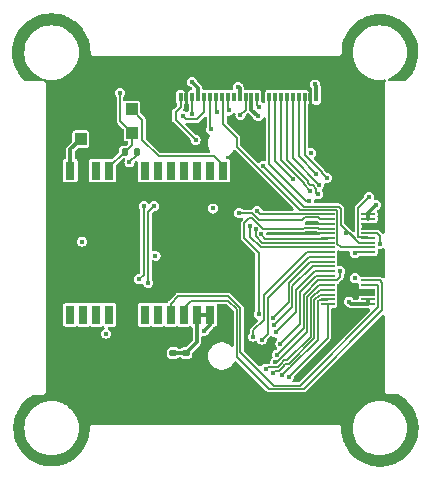
<source format=gtl>
%TF.GenerationSoftware,KiCad,Pcbnew,7.0.2*%
%TF.CreationDate,2023-07-30T22:12:35-04:00*%
%TF.ProjectId,CameraBoard,43616d65-7261-4426-9f61-72642e6b6963,rev?*%
%TF.SameCoordinates,Original*%
%TF.FileFunction,Copper,L1,Top*%
%TF.FilePolarity,Positive*%
%FSLAX46Y46*%
G04 Gerber Fmt 4.6, Leading zero omitted, Abs format (unit mm)*
G04 Created by KiCad (PCBNEW 7.0.2) date 2023-07-30 22:12:35*
%MOMM*%
%LPD*%
G01*
G04 APERTURE LIST*
G04 Aperture macros list*
%AMRoundRect*
0 Rectangle with rounded corners*
0 $1 Rounding radius*
0 $2 $3 $4 $5 $6 $7 $8 $9 X,Y pos of 4 corners*
0 Add a 4 corners polygon primitive as box body*
4,1,4,$2,$3,$4,$5,$6,$7,$8,$9,$2,$3,0*
0 Add four circle primitives for the rounded corners*
1,1,$1+$1,$2,$3*
1,1,$1+$1,$4,$5*
1,1,$1+$1,$6,$7*
1,1,$1+$1,$8,$9*
0 Add four rect primitives between the rounded corners*
20,1,$1+$1,$2,$3,$4,$5,0*
20,1,$1+$1,$4,$5,$6,$7,0*
20,1,$1+$1,$6,$7,$8,$9,0*
20,1,$1+$1,$8,$9,$2,$3,0*%
G04 Aperture macros list end*
%TA.AperFunction,SMDPad,CuDef*%
%ADD10R,0.300000X0.800000*%
%TD*%
%TA.AperFunction,SMDPad,CuDef*%
%ADD11R,0.950000X1.000000*%
%TD*%
%TA.AperFunction,SMDPad,CuDef*%
%ADD12R,1.000000X1.000000*%
%TD*%
%TA.AperFunction,SMDPad,CuDef*%
%ADD13RoundRect,0.140000X-0.170000X0.140000X-0.170000X-0.140000X0.170000X-0.140000X0.170000X0.140000X0*%
%TD*%
%TA.AperFunction,SMDPad,CuDef*%
%ADD14R,0.800000X1.600000*%
%TD*%
%TA.AperFunction,SMDPad,CuDef*%
%ADD15RoundRect,0.135000X0.135000X0.185000X-0.135000X0.185000X-0.135000X-0.185000X0.135000X-0.185000X0*%
%TD*%
%TA.AperFunction,SMDPad,CuDef*%
%ADD16R,1.000000X1.050000*%
%TD*%
%TA.AperFunction,SMDPad,CuDef*%
%ADD17R,1.050000X2.200000*%
%TD*%
%TA.AperFunction,SMDPad,CuDef*%
%ADD18R,1.200000X0.230000*%
%TD*%
%TA.AperFunction,ViaPad*%
%ADD19C,0.450000*%
%TD*%
%TA.AperFunction,Conductor*%
%ADD20C,0.150000*%
%TD*%
%TA.AperFunction,Conductor*%
%ADD21C,0.300000*%
%TD*%
G04 APERTURE END LIST*
D10*
X53425000Y-86800000D03*
X52925000Y-86800000D03*
X52425000Y-86800000D03*
X51925000Y-86800000D03*
X51425000Y-86800000D03*
X50925000Y-86800000D03*
X50425000Y-86800000D03*
X49925000Y-86800000D03*
X49425000Y-86800000D03*
X48925000Y-86800000D03*
X48425000Y-86800000D03*
X47925000Y-86800000D03*
X47425000Y-86800000D03*
X46925000Y-86800000D03*
X46425000Y-86800000D03*
X45925000Y-86800000D03*
X45425000Y-86800000D03*
X44925000Y-86800000D03*
X44425000Y-86800000D03*
X43925000Y-86800000D03*
X43425000Y-86800000D03*
X42925000Y-86800000D03*
X42425000Y-86800000D03*
X41925000Y-86800000D03*
D11*
X54650000Y-84100000D03*
X40700000Y-84100000D03*
D12*
X37800000Y-89800000D03*
D13*
X42400000Y-108440000D03*
X42400000Y-109400000D03*
D14*
X45500000Y-93000000D03*
X44400000Y-93000000D03*
X43300000Y-93000000D03*
X42200000Y-93000000D03*
X41100000Y-93000000D03*
X40000000Y-93000000D03*
X38900000Y-93000000D03*
X35900000Y-93000000D03*
X34800000Y-93000000D03*
X33700000Y-93000000D03*
X32600000Y-93000000D03*
X31500000Y-93000000D03*
X31500000Y-105200000D03*
X32600000Y-105200000D03*
X33700000Y-105200000D03*
X34800000Y-105200000D03*
X35900000Y-105200000D03*
X38900000Y-105200000D03*
X40000000Y-105200000D03*
X41100000Y-105200000D03*
X42200000Y-105200000D03*
X43300000Y-105200000D03*
X44400000Y-105200000D03*
X45500000Y-105200000D03*
D13*
X41300000Y-108440000D03*
X41300000Y-109400000D03*
D15*
X38210000Y-91400000D03*
X37190000Y-91400000D03*
D16*
X33475000Y-90325000D03*
D17*
X32000000Y-88800000D03*
X34950000Y-88800000D03*
D18*
X57800000Y-96700000D03*
X54380000Y-96700000D03*
X57800000Y-97100000D03*
X54380000Y-97100000D03*
X57800000Y-97500000D03*
X54380000Y-97500000D03*
X57800000Y-97900000D03*
X54380000Y-97900000D03*
X57800000Y-98300000D03*
X54380000Y-98300000D03*
X57800000Y-98700000D03*
X54380000Y-98700000D03*
X57800000Y-99100000D03*
X54380000Y-99100000D03*
X57800000Y-99500000D03*
X54380000Y-99500000D03*
X57800000Y-99900000D03*
X54380000Y-99900000D03*
X57800000Y-100300000D03*
X54380000Y-100300000D03*
X57800000Y-100700000D03*
X54380000Y-100700000D03*
X57800000Y-101100000D03*
X54380000Y-101100000D03*
X57800000Y-101500000D03*
X54380000Y-101500000D03*
X57800000Y-101900000D03*
X54380000Y-101900000D03*
X57800000Y-102300000D03*
X54380000Y-102300000D03*
X57800000Y-102700000D03*
X54380000Y-102700000D03*
X57800000Y-103100000D03*
X54380000Y-103100000D03*
X57800000Y-103500000D03*
X54380000Y-103500000D03*
X57800000Y-103900000D03*
X54380000Y-103900000D03*
X57800000Y-104300000D03*
X54380000Y-104300000D03*
D12*
X37800000Y-87800000D03*
D19*
X56175500Y-104078994D03*
X37600000Y-92300000D03*
X43900000Y-106600000D03*
X33600000Y-99000000D03*
X61600000Y-114900000D03*
X53850000Y-108500000D03*
X48500000Y-85800000D03*
X38050000Y-97450000D03*
X42200000Y-102600000D03*
X47500000Y-90900000D03*
X36900000Y-95600000D03*
X40750000Y-87350000D03*
X35700000Y-96800000D03*
X36950000Y-108250000D03*
X46750000Y-99300000D03*
X37000000Y-104700000D03*
X46550000Y-112750000D03*
X43100000Y-100950000D03*
X38600000Y-112400000D03*
X35350000Y-90350000D03*
X53800000Y-83800000D03*
X48700000Y-93900000D03*
X38550000Y-110000000D03*
X42300000Y-111600000D03*
X43800000Y-108750000D03*
X32700000Y-80700000D03*
X40300000Y-106800000D03*
X33300000Y-94300000D03*
X55400000Y-90000000D03*
X39800000Y-101500000D03*
X42100000Y-97400000D03*
X42000000Y-85800000D03*
X28700000Y-113300000D03*
X39350000Y-89050000D03*
X35550000Y-100250000D03*
X35850000Y-87250000D03*
X36100000Y-109600000D03*
X35700000Y-94600000D03*
X31550000Y-104050000D03*
X41700000Y-83750000D03*
X44650000Y-103050000D03*
X53500000Y-111300000D03*
X55350000Y-84800000D03*
X61600000Y-83400000D03*
X46900000Y-93500000D03*
X47800000Y-103200000D03*
X57700000Y-93100000D03*
X45800000Y-96500000D03*
X31100000Y-90450000D03*
X33000000Y-116700000D03*
X35550000Y-101900000D03*
X53300000Y-88050000D03*
X44800000Y-107200000D03*
X48600000Y-83900000D03*
X57000000Y-116900000D03*
X57000000Y-80900000D03*
X39850000Y-83950000D03*
X34500000Y-84550000D03*
X54400000Y-94400000D03*
X52678853Y-97401000D03*
X48000000Y-100750000D03*
X55150000Y-109650000D03*
X54900000Y-112400000D03*
X55300000Y-106600000D03*
X51950000Y-85550000D03*
X31500000Y-106350000D03*
X38400000Y-103200000D03*
X52600000Y-98300000D03*
X37800000Y-107500000D03*
X58800000Y-108500000D03*
X34200000Y-106700000D03*
X31200000Y-87050000D03*
X40800000Y-95100000D03*
X28300000Y-83700000D03*
X42700000Y-99100000D03*
X31050000Y-94250000D03*
X52300000Y-110050000D03*
X44950000Y-85700000D03*
X42900000Y-85500000D03*
X53000000Y-91500000D03*
X44700000Y-96200000D03*
X39800000Y-100200000D03*
X35600000Y-106800000D03*
X56700000Y-102100000D03*
X53300000Y-85700000D03*
X58500000Y-95900000D03*
X46800000Y-85900000D03*
X44500000Y-89500000D03*
X48400000Y-96400000D03*
X48917492Y-92582508D03*
X55954001Y-98300000D03*
X46900000Y-96600000D03*
X51443263Y-93721047D03*
X48536217Y-105150500D03*
X58800000Y-99200000D03*
X38400000Y-102200000D03*
X38800000Y-96000000D03*
X42100000Y-88400000D03*
X57900000Y-95200000D03*
X39700000Y-96000000D03*
X39200000Y-102500000D03*
X42900000Y-88206095D03*
X48725144Y-98377397D03*
X45000000Y-88000000D03*
X46000000Y-87900000D03*
X48276804Y-97979409D03*
X47779436Y-97644702D03*
X43200000Y-90400000D03*
X56700000Y-100000000D03*
X36800000Y-86400000D03*
X53561348Y-95001841D03*
X48084482Y-107050500D03*
X48800000Y-107300000D03*
X53425593Y-93293532D03*
X49773646Y-105483663D03*
X54300000Y-93600000D03*
X53674317Y-94188161D03*
X49877677Y-106108497D03*
X52919274Y-94704497D03*
X49988950Y-106697582D03*
X52826853Y-95603497D03*
X50384757Y-107650931D03*
X48600000Y-87600000D03*
X55450500Y-101500000D03*
X50100981Y-108570397D03*
X49951045Y-109190099D03*
X47000000Y-88300000D03*
X49155260Y-109757418D03*
X49726958Y-110098002D03*
X50496456Y-110322177D03*
X51083744Y-110442573D03*
X48500000Y-88400000D03*
D20*
X38210000Y-91400000D02*
X38210000Y-91690000D01*
D21*
X57800000Y-104300000D02*
X57800000Y-103915000D01*
X44400000Y-105200000D02*
X43300000Y-105200000D01*
D20*
X38210000Y-91690000D02*
X37600000Y-92300000D01*
D21*
X42400000Y-108440000D02*
X43300000Y-107540000D01*
X43300000Y-107540000D02*
X43300000Y-105200000D01*
X41300000Y-108440000D02*
X42400000Y-108440000D01*
X57800000Y-104300000D02*
X56396506Y-104300000D01*
X56396506Y-104300000D02*
X56175500Y-104078994D01*
X44400000Y-105200000D02*
X44400000Y-106100000D01*
X44400000Y-106100000D02*
X43900000Y-106600000D01*
D20*
X52777853Y-97500000D02*
X52678853Y-97401000D01*
X54380000Y-98300000D02*
X52600000Y-98300000D01*
X54380000Y-97500000D02*
X52777853Y-97500000D01*
D21*
X43425000Y-86025000D02*
X42900000Y-85500000D01*
X43425000Y-86800000D02*
X43425000Y-86025000D01*
X46925000Y-86800000D02*
X46925000Y-86025000D01*
X57800000Y-96700000D02*
X57800000Y-97085000D01*
X53425000Y-85825000D02*
X53300000Y-85700000D01*
X57800000Y-96600000D02*
X58500000Y-95900000D01*
X57800000Y-96700000D02*
X57800000Y-96600000D01*
X53425000Y-86800000D02*
X53425000Y-85825000D01*
X46925000Y-86025000D02*
X46800000Y-85900000D01*
D20*
X54331999Y-96651999D02*
X48651999Y-96651999D01*
X48651999Y-96651999D02*
X48400000Y-96400000D01*
X44500000Y-89500000D02*
X44425000Y-89425000D01*
X44425000Y-89425000D02*
X44425000Y-86800000D01*
X54380000Y-96700000D02*
X54331999Y-96651999D01*
X57011442Y-99100000D02*
X55504501Y-97593059D01*
X56850943Y-98939501D02*
X56675499Y-98764057D01*
X55321555Y-96052997D02*
X52387981Y-96052997D01*
X52387981Y-96052997D02*
X48917492Y-92582508D01*
X57035000Y-99100000D02*
X56874501Y-98939501D01*
X55504501Y-96235943D02*
X55321555Y-96052997D01*
X57035000Y-99100000D02*
X57011442Y-99100000D01*
X57800000Y-99100000D02*
X57035000Y-99100000D01*
X56874501Y-98939501D02*
X56850943Y-98939501D01*
X56675499Y-98764057D02*
X56675499Y-98740499D01*
X55504501Y-97593059D02*
X55504501Y-96235943D01*
X56235000Y-98300000D02*
X55954001Y-98300000D01*
X56675499Y-98740499D02*
X56235000Y-98300000D01*
X54380000Y-97100000D02*
X53744734Y-97100000D01*
X52492664Y-96951500D02*
X52244164Y-97200000D01*
X47959953Y-96600000D02*
X46900000Y-96600000D01*
X53744734Y-97100000D02*
X53596234Y-96951500D01*
X53596234Y-96951500D02*
X52492664Y-96951500D01*
X48559953Y-97200000D02*
X47959953Y-96600000D01*
X52244164Y-97200000D02*
X48559953Y-97200000D01*
X47329936Y-98729936D02*
X48536217Y-99936217D01*
X49925000Y-92202784D02*
X51443263Y-93721047D01*
X53580500Y-97850500D02*
X52413811Y-97850500D01*
X47737949Y-97050500D02*
X47329936Y-97458513D01*
X48885189Y-97949500D02*
X47986189Y-97050500D01*
X47986189Y-97050500D02*
X47737949Y-97050500D01*
X52314811Y-97949500D02*
X48885189Y-97949500D01*
X53630000Y-97900000D02*
X53580500Y-97850500D01*
X47329936Y-97458513D02*
X47329936Y-98729936D01*
X54380000Y-97900000D02*
X53630000Y-97900000D01*
X49925000Y-86800000D02*
X49925000Y-92202784D01*
X52413811Y-97850500D02*
X52314811Y-97949500D01*
X48536217Y-99936217D02*
X48536217Y-105150500D01*
X58565000Y-98300000D02*
X58800000Y-98535000D01*
X38800000Y-101800000D02*
X38400000Y-102200000D01*
X42355595Y-88655595D02*
X43341492Y-88655595D01*
X58800000Y-98535000D02*
X58800000Y-99200000D01*
X38800000Y-96000000D02*
X38800000Y-101800000D01*
X42100000Y-88400000D02*
X42355595Y-88655595D01*
X43341492Y-88655595D02*
X43925000Y-88072087D01*
X43925000Y-88072087D02*
X43925000Y-86800000D01*
X57800000Y-98300000D02*
X58565000Y-98300000D01*
X57740000Y-98640000D02*
X57800000Y-98700000D01*
X39200000Y-96500000D02*
X39700000Y-96000000D01*
X39200000Y-102500000D02*
X39200000Y-96500000D01*
X42925000Y-88181095D02*
X42900000Y-88206095D01*
X56975000Y-96125000D02*
X56975000Y-98640000D01*
X56975000Y-98640000D02*
X57740000Y-98640000D01*
X57900000Y-95200000D02*
X56975000Y-96125000D01*
X42925000Y-86800000D02*
X42925000Y-88181095D01*
X54380000Y-98700000D02*
X54330500Y-98749500D01*
X44925000Y-87925000D02*
X45000000Y-88000000D01*
X49097247Y-98749500D02*
X48725144Y-98377397D01*
X54330500Y-98749500D02*
X49097247Y-98749500D01*
X44925000Y-86800000D02*
X44925000Y-87925000D01*
X54380000Y-99100000D02*
X48812058Y-99100000D01*
X45925000Y-86800000D02*
X45925000Y-87825000D01*
X48275644Y-98191208D02*
X48276804Y-98190048D01*
X45925000Y-87825000D02*
X46000000Y-87900000D01*
X48812058Y-99100000D02*
X48275644Y-98563586D01*
X48275644Y-98563586D02*
X48275644Y-98191208D01*
X48276804Y-98190048D02*
X48276804Y-97979409D01*
X46700000Y-91000707D02*
X46700000Y-90200000D01*
X45550500Y-89050500D02*
X45550500Y-86925500D01*
X46700000Y-90200000D02*
X45550500Y-89050500D01*
X55205000Y-99228558D02*
X55205000Y-96360000D01*
X55197498Y-96352498D02*
X52051791Y-96352498D01*
X57800000Y-99500000D02*
X55476442Y-99500000D01*
X45550500Y-86925500D02*
X45425000Y-86800000D01*
X55476442Y-99500000D02*
X55205000Y-99228558D01*
X55205000Y-96360000D02*
X55197498Y-96352498D01*
X52051791Y-96352498D02*
X46700000Y-91000707D01*
X41925000Y-87575000D02*
X41500000Y-88000000D01*
X54380000Y-99500000D02*
X48700000Y-99500000D01*
X41500000Y-88700000D02*
X43200000Y-90400000D01*
X48700000Y-99500000D02*
X47779436Y-98579436D01*
X41500000Y-88000000D02*
X41500000Y-88700000D01*
X47779436Y-98579436D02*
X47779436Y-97644702D01*
X41925000Y-86800000D02*
X41925000Y-87575000D01*
X57800000Y-99900000D02*
X56800000Y-99900000D01*
X37800000Y-89800000D02*
X37800000Y-90790000D01*
X35900000Y-93000000D02*
X35900000Y-92690000D01*
X36800000Y-88800000D02*
X37800000Y-89800000D01*
X37800000Y-90790000D02*
X37190000Y-91400000D01*
X35900000Y-92690000D02*
X37190000Y-91400000D01*
X36800000Y-86400000D02*
X36800000Y-88800000D01*
X56800000Y-99900000D02*
X56700000Y-100000000D01*
X48985717Y-105606035D02*
X48084482Y-106507270D01*
X53410457Y-94850950D02*
X53561348Y-95001841D01*
X54380000Y-99900000D02*
X52600000Y-99900000D01*
X53410457Y-94660762D02*
X53410457Y-94850950D01*
X52600000Y-99900000D02*
X49000120Y-103499880D01*
X53105463Y-94254997D02*
X53368774Y-94518308D01*
X48985717Y-105134489D02*
X48985717Y-105606035D01*
X53368774Y-94619079D02*
X53410457Y-94660762D01*
X50925000Y-86800000D02*
X50925000Y-92139184D01*
X49000120Y-105120086D02*
X48985717Y-105134489D01*
X49000120Y-103499880D02*
X49000120Y-105120086D01*
X50925000Y-92139184D02*
X52684032Y-93898216D01*
X52684032Y-94045697D02*
X52893332Y-94254997D01*
X53368774Y-94518308D02*
X53368774Y-94619079D01*
X48084482Y-106507270D02*
X48084482Y-107050500D01*
X52684032Y-93898216D02*
X52684032Y-94045697D01*
X52893332Y-94254997D02*
X53105463Y-94254997D01*
X54380000Y-100300000D02*
X52800000Y-100300000D01*
X49299621Y-103800379D02*
X49299621Y-106800379D01*
X49299621Y-106800379D02*
X48800000Y-107300000D01*
X51925000Y-86800000D02*
X51925000Y-91792939D01*
X51925000Y-91792939D02*
X53425593Y-93293532D01*
X52800000Y-100300000D02*
X49299621Y-103800379D01*
X51100000Y-104157309D02*
X49773646Y-105483663D01*
X53875093Y-93146924D02*
X53881562Y-93153393D01*
X53881562Y-93153393D02*
X53881562Y-93181562D01*
X54380000Y-100700000D02*
X52900000Y-100700000D01*
X51100000Y-102500000D02*
X51100000Y-104157309D01*
X53881562Y-93181562D02*
X54300000Y-93600000D01*
X53875093Y-93107343D02*
X53875093Y-93146924D01*
X52900000Y-100700000D02*
X51100000Y-102500000D01*
X52425000Y-86800000D02*
X52425000Y-91657250D01*
X52425000Y-91657250D02*
X53875093Y-93107343D01*
X51425000Y-91938844D02*
X53674317Y-94188161D01*
X51400000Y-102800000D02*
X51400000Y-104586174D01*
X54380000Y-101100000D02*
X53100000Y-101100000D01*
X51400000Y-104586174D02*
X49877677Y-106108497D01*
X51425000Y-86800000D02*
X51425000Y-91938844D01*
X53100000Y-101100000D02*
X51400000Y-102800000D01*
X53300000Y-101500000D02*
X51700000Y-103100000D01*
X50425000Y-92067095D02*
X52384531Y-94026626D01*
X50425000Y-86800000D02*
X50425000Y-92067095D01*
X52384531Y-94169754D02*
X52919274Y-94704497D01*
X51700000Y-104986532D02*
X49988950Y-106697582D01*
X54380000Y-101500000D02*
X53300000Y-101500000D01*
X52384531Y-94026626D02*
X52384531Y-94169754D01*
X51700000Y-103100000D02*
X51700000Y-104986532D01*
X52055998Y-105979690D02*
X50384757Y-107650931D01*
X49425000Y-86800000D02*
X49425000Y-92450643D01*
X53400000Y-101900000D02*
X52055998Y-103244002D01*
X52055998Y-103244002D02*
X52055998Y-105979690D01*
X52577854Y-95603497D02*
X52826853Y-95603497D01*
X54380000Y-101900000D02*
X53400000Y-101900000D01*
X49425000Y-92450643D02*
X52577854Y-95603497D01*
X48425000Y-87425000D02*
X48600000Y-87600000D01*
X54380000Y-102300000D02*
X53599294Y-102300000D01*
X52355998Y-103543296D02*
X52355998Y-106315381D01*
X53599294Y-102300000D02*
X52355998Y-103543296D01*
X55145000Y-102300000D02*
X55450500Y-101994500D01*
X48425000Y-86800000D02*
X48425000Y-87425000D01*
X54380000Y-102300000D02*
X55145000Y-102300000D01*
X52355998Y-106315381D02*
X50100981Y-108570397D01*
X55450500Y-101994500D02*
X55450500Y-101500000D01*
X47425000Y-87875000D02*
X47000000Y-88300000D01*
X52655998Y-106651071D02*
X50116970Y-109190099D01*
X50116970Y-109190099D02*
X49951045Y-109190099D01*
X54380000Y-102700000D02*
X53623558Y-102700000D01*
X53623558Y-102700000D02*
X52655998Y-103667560D01*
X52655998Y-103667560D02*
X52655998Y-106651071D01*
X47425000Y-86800000D02*
X47425000Y-87875000D01*
X50400545Y-109330082D02*
X50400545Y-109376288D01*
X50967470Y-109056088D02*
X50674539Y-109056088D01*
X53723558Y-103100000D02*
X53462560Y-103360998D01*
X52955998Y-107067560D02*
X50967470Y-109056088D01*
X50400545Y-109376288D02*
X50137234Y-109639599D01*
X54380000Y-103100000D02*
X53723558Y-103100000D01*
X53386118Y-103360998D02*
X52955998Y-103791118D01*
X50674539Y-109056088D02*
X50400545Y-109330082D01*
X52955998Y-103791118D02*
X52955998Y-107067560D01*
X49296182Y-109616496D02*
X49155260Y-109757418D01*
X50137234Y-109639599D02*
X49764856Y-109639599D01*
X49741753Y-109616496D02*
X49296182Y-109616496D01*
X53462560Y-103360998D02*
X53386118Y-103360998D01*
X49764856Y-109639599D02*
X49741753Y-109616496D01*
X53747116Y-103500000D02*
X53586617Y-103660499D01*
X53510175Y-103660499D02*
X53255499Y-103915175D01*
X53586617Y-103660499D02*
X53510175Y-103660499D01*
X53255499Y-107191617D02*
X51091527Y-109355589D01*
X49885860Y-109939100D02*
X49726958Y-110098002D01*
X50700046Y-109454139D02*
X50700046Y-109500345D01*
X50261291Y-109939100D02*
X49885860Y-109939100D01*
X54380000Y-103500000D02*
X53747116Y-103500000D01*
X51091527Y-109355589D02*
X50798596Y-109355589D01*
X50798596Y-109355589D02*
X50700046Y-109454139D01*
X53255499Y-103915175D02*
X53255499Y-107191617D01*
X50700046Y-109500345D02*
X50261291Y-109939100D01*
X53555000Y-104039232D02*
X53555000Y-107315674D01*
X54320000Y-103960000D02*
X53634232Y-103960000D01*
X51163543Y-109655090D02*
X50496456Y-110322177D01*
X53555000Y-107315674D02*
X51215584Y-109655090D01*
X54380000Y-103900000D02*
X54320000Y-103960000D01*
X53634232Y-103960000D02*
X53555000Y-104039232D01*
X51215584Y-109655090D02*
X51163543Y-109655090D01*
X54380000Y-107146317D02*
X51083744Y-110442573D01*
X54380000Y-104300000D02*
X54380000Y-107146317D01*
D21*
X47925000Y-87825000D02*
X48500000Y-88400000D01*
X47925000Y-86800000D02*
X47925000Y-87825000D01*
D20*
X42200000Y-105200000D02*
X42200000Y-104650000D01*
X46700000Y-104750499D02*
X46700000Y-108799501D01*
X45949501Y-104000000D02*
X46700000Y-104750499D01*
X42200000Y-104650000D02*
X42850000Y-104000000D01*
X57800000Y-102300000D02*
X58800000Y-102300000D01*
X58800000Y-102300000D02*
X59000000Y-102500000D01*
X46700000Y-108799501D02*
X49400000Y-111499501D01*
X52336895Y-111499501D02*
X49400000Y-111499501D01*
X59000000Y-102500000D02*
X59000000Y-104836396D01*
X59000000Y-104836396D02*
X52336895Y-111499501D01*
X42850000Y-104000000D02*
X45949501Y-104000000D01*
X46999501Y-104625943D02*
X45974057Y-103600499D01*
X46999501Y-108324057D02*
X46999501Y-104625943D01*
X41749501Y-103600499D02*
X41100000Y-104250000D01*
X58625000Y-102760000D02*
X58625000Y-104575000D01*
X58625000Y-104575000D02*
X52000000Y-111200000D01*
X49875444Y-111200000D02*
X46999501Y-108324057D01*
X41100000Y-104250000D02*
X41100000Y-105200000D01*
X52000000Y-111200000D02*
X49875444Y-111200000D01*
X58565000Y-102700000D02*
X58625000Y-102760000D01*
X57800000Y-102700000D02*
X58565000Y-102700000D01*
X45974057Y-103600499D02*
X41749501Y-103600499D01*
X38700000Y-88700000D02*
X37800000Y-87800000D01*
X38700000Y-90400000D02*
X38700000Y-88700000D01*
X45500000Y-93000000D02*
X45500000Y-92528867D01*
X45500000Y-92528867D02*
X44771133Y-91800000D01*
X40100000Y-91800000D02*
X38700000Y-90400000D01*
X44771133Y-91800000D02*
X40100000Y-91800000D01*
D21*
X32600000Y-91200000D02*
X33475000Y-90325000D01*
X32600000Y-93000000D02*
X32600000Y-91200000D01*
%TA.AperFunction,Conductor*%
G36*
X31003574Y-79688208D02*
G01*
X31339709Y-79705825D01*
X31352617Y-79707182D01*
X31682180Y-79759380D01*
X31694864Y-79762075D01*
X32017187Y-79848441D01*
X32029525Y-79852451D01*
X32341039Y-79972030D01*
X32352882Y-79977302D01*
X32650216Y-80128801D01*
X32661422Y-80135271D01*
X32941289Y-80317019D01*
X32951779Y-80324641D01*
X33211099Y-80534634D01*
X33220744Y-80543319D01*
X33456680Y-80779255D01*
X33465365Y-80788900D01*
X33675358Y-81048220D01*
X33682983Y-81058714D01*
X33864724Y-81338571D01*
X33871201Y-81349790D01*
X33903196Y-81412583D01*
X34022692Y-81647107D01*
X34027971Y-81658965D01*
X34147548Y-81970475D01*
X34151559Y-81982818D01*
X34237922Y-82305129D01*
X34240620Y-82317825D01*
X34292817Y-82647382D01*
X34294174Y-82660291D01*
X34309043Y-82944018D01*
X34307099Y-82961245D01*
X34311449Y-83008181D01*
X34311978Y-83019623D01*
X34311978Y-83047594D01*
X34312081Y-83047911D01*
X34317621Y-83074788D01*
X34318443Y-83083660D01*
X34329467Y-83105800D01*
X34336396Y-83122750D01*
X34341390Y-83138121D01*
X34341393Y-83138125D01*
X34348574Y-83148009D01*
X34359250Y-83165612D01*
X34368520Y-83184228D01*
X34368522Y-83184231D01*
X34378038Y-83192906D01*
X34394815Y-83211655D01*
X34397342Y-83215133D01*
X34416792Y-83229264D01*
X34427447Y-83237947D01*
X34451545Y-83259916D01*
X34452431Y-83260259D01*
X34469258Y-83269429D01*
X34474351Y-83271083D01*
X34474353Y-83271085D01*
X34508439Y-83282159D01*
X34514891Y-83284456D01*
X34556305Y-83300500D01*
X55300765Y-83300500D01*
X55300766Y-83300500D01*
X55319893Y-83294284D01*
X55335411Y-83290330D01*
X55363604Y-83285061D01*
X55367796Y-83282464D01*
X55389463Y-83272416D01*
X55391293Y-83271085D01*
X55391296Y-83271085D01*
X55417121Y-83252321D01*
X55424701Y-83247230D01*
X55459123Y-83225919D01*
X55459122Y-83225919D01*
X55461570Y-83224404D01*
X55494654Y-83178867D01*
X55494654Y-83178866D01*
X55526827Y-83136264D01*
X55540058Y-83089758D01*
X55541386Y-83085403D01*
X55556511Y-83038854D01*
X55557741Y-83030036D01*
X55557572Y-83028207D01*
X55554964Y-83000070D01*
X55554606Y-82982154D01*
X55571115Y-82667150D01*
X55572472Y-82654244D01*
X55603424Y-82458820D01*
X55623595Y-82331463D01*
X55626288Y-82318788D01*
X55710879Y-82003093D01*
X55714887Y-81990761D01*
X55720345Y-81976543D01*
X55832006Y-81685655D01*
X55837271Y-81673827D01*
X55985659Y-81382600D01*
X55992125Y-81371402D01*
X56170136Y-81097289D01*
X56177738Y-81086825D01*
X56383428Y-80832818D01*
X56392095Y-80823193D01*
X56623193Y-80592095D01*
X56632818Y-80583428D01*
X56886825Y-80377738D01*
X56897289Y-80370136D01*
X57171402Y-80192125D01*
X57182600Y-80185659D01*
X57473827Y-80037271D01*
X57485655Y-80032006D01*
X57790765Y-79914885D01*
X57803093Y-79910879D01*
X58118788Y-79826288D01*
X58131463Y-79823595D01*
X58454246Y-79772471D01*
X58467150Y-79771115D01*
X58794250Y-79753971D01*
X58806845Y-79753953D01*
X59138346Y-79770339D01*
X59151418Y-79771684D01*
X59478456Y-79822996D01*
X59491314Y-79825719D01*
X59811084Y-79911425D01*
X59823603Y-79915505D01*
X60132438Y-80034618D01*
X60144454Y-80040001D01*
X60438948Y-80191206D01*
X60450324Y-80197832D01*
X60727114Y-80379406D01*
X60737714Y-80387195D01*
X60993697Y-80597102D01*
X61003417Y-80605976D01*
X61235687Y-80841832D01*
X61244415Y-80851691D01*
X61450370Y-81110850D01*
X61458003Y-81121579D01*
X61635309Y-81401106D01*
X61641762Y-81412583D01*
X61788438Y-81709353D01*
X61793637Y-81721451D01*
X61908011Y-82032089D01*
X61911898Y-82044670D01*
X61992688Y-82365686D01*
X61995219Y-82378607D01*
X62041515Y-82706378D01*
X62042662Y-82719495D01*
X62053940Y-83050336D01*
X62053689Y-83063501D01*
X62029823Y-83393662D01*
X62028178Y-83406726D01*
X61969436Y-83732499D01*
X61966415Y-83745315D01*
X61873458Y-84063030D01*
X61869094Y-84075454D01*
X61742974Y-84381511D01*
X61737319Y-84393401D01*
X61694778Y-84471810D01*
X61579456Y-84684360D01*
X61572575Y-84695577D01*
X61384742Y-84968167D01*
X61376706Y-84978597D01*
X61161035Y-85229726D01*
X61151938Y-85239246D01*
X61017430Y-85365808D01*
X60955117Y-85397412D01*
X60932457Y-85399500D01*
X59639225Y-85399500D01*
X59572186Y-85379815D01*
X59526431Y-85327011D01*
X59516487Y-85257853D01*
X59545512Y-85194297D01*
X59599367Y-85158081D01*
X59643557Y-85143080D01*
X59682252Y-85129945D01*
X59952718Y-84996566D01*
X60203461Y-84829025D01*
X60430189Y-84630189D01*
X60629025Y-84403461D01*
X60796566Y-84152718D01*
X60929945Y-83882252D01*
X61026880Y-83596691D01*
X61085713Y-83300920D01*
X61105436Y-83000000D01*
X61085713Y-82699080D01*
X61026880Y-82403309D01*
X60929945Y-82117748D01*
X60796566Y-81847282D01*
X60629025Y-81596539D01*
X60430189Y-81369811D01*
X60399742Y-81343110D01*
X60206518Y-81173656D01*
X60203461Y-81170975D01*
X60113478Y-81110850D01*
X59956092Y-81005688D01*
X59956087Y-81005685D01*
X59952718Y-81003434D01*
X59949082Y-81001641D01*
X59949077Y-81001638D01*
X59685894Y-80871851D01*
X59685893Y-80871850D01*
X59682252Y-80870055D01*
X59628153Y-80851691D01*
X59443177Y-80788900D01*
X59396691Y-80773120D01*
X59392714Y-80772329D01*
X59392707Y-80772327D01*
X59104899Y-80715078D01*
X59104891Y-80715077D01*
X59100920Y-80714287D01*
X58800000Y-80694564D01*
X58795957Y-80694829D01*
X58503122Y-80714022D01*
X58503120Y-80714022D01*
X58499080Y-80714287D01*
X58495110Y-80715076D01*
X58495100Y-80715078D01*
X58207292Y-80772327D01*
X58207281Y-80772329D01*
X58203309Y-80773120D01*
X58199466Y-80774424D01*
X58199464Y-80774425D01*
X57921594Y-80868749D01*
X57921587Y-80868751D01*
X57917748Y-80870055D01*
X57914111Y-80871848D01*
X57914105Y-80871851D01*
X57650922Y-81001638D01*
X57650910Y-81001644D01*
X57647282Y-81003434D01*
X57643919Y-81005681D01*
X57643907Y-81005688D01*
X57399920Y-81168715D01*
X57399911Y-81168721D01*
X57396539Y-81170975D01*
X57393488Y-81173650D01*
X57393481Y-81173656D01*
X57172859Y-81367137D01*
X57172851Y-81367144D01*
X57169811Y-81369811D01*
X57167144Y-81372851D01*
X57167137Y-81372859D01*
X56973656Y-81593481D01*
X56973650Y-81593488D01*
X56970975Y-81596539D01*
X56968721Y-81599911D01*
X56968715Y-81599920D01*
X56805688Y-81843907D01*
X56805681Y-81843919D01*
X56803434Y-81847282D01*
X56801644Y-81850910D01*
X56801638Y-81850922D01*
X56671851Y-82114105D01*
X56671848Y-82114111D01*
X56670055Y-82117748D01*
X56668751Y-82121587D01*
X56668749Y-82121594D01*
X56574425Y-82399464D01*
X56573120Y-82403309D01*
X56572329Y-82407281D01*
X56572327Y-82407292D01*
X56515078Y-82695100D01*
X56515076Y-82695110D01*
X56514287Y-82699080D01*
X56514022Y-82703120D01*
X56514022Y-82703122D01*
X56512949Y-82719495D01*
X56494564Y-83000000D01*
X56494828Y-83004043D01*
X56494829Y-83004043D01*
X56511599Y-83259916D01*
X56514287Y-83300920D01*
X56515077Y-83304891D01*
X56515078Y-83304899D01*
X56572327Y-83592707D01*
X56572329Y-83592714D01*
X56573120Y-83596691D01*
X56670055Y-83882252D01*
X56671850Y-83885893D01*
X56671851Y-83885894D01*
X56765331Y-84075454D01*
X56803434Y-84152718D01*
X56805685Y-84156087D01*
X56805688Y-84156092D01*
X56948218Y-84369403D01*
X56970975Y-84403461D01*
X57169811Y-84630189D01*
X57396539Y-84829025D01*
X57647282Y-84996566D01*
X57917748Y-85129945D01*
X58203309Y-85226880D01*
X58499080Y-85285713D01*
X58800000Y-85305436D01*
X59100920Y-85285713D01*
X59176187Y-85270741D01*
X59245776Y-85276968D01*
X59300954Y-85319830D01*
X59324199Y-85385720D01*
X59308132Y-85453717D01*
X59299330Y-85467086D01*
X59272026Y-85503241D01*
X59264712Y-85512049D01*
X59238853Y-85540415D01*
X59226844Y-85561975D01*
X59216343Y-85598884D01*
X59212704Y-85609741D01*
X59198836Y-85645537D01*
X59195429Y-85669968D01*
X59198970Y-85708183D01*
X59199499Y-85719623D01*
X59199499Y-98238608D01*
X59179814Y-98305647D01*
X59127010Y-98351402D01*
X59057852Y-98361346D01*
X59006610Y-98341711D01*
X58985778Y-98327792D01*
X58966986Y-98312370D01*
X58787627Y-98133011D01*
X58772205Y-98114219D01*
X58763623Y-98101375D01*
X58750779Y-98092793D01*
X58750778Y-98092792D01*
X58740622Y-98086006D01*
X58714465Y-98068528D01*
X58693480Y-98054506D01*
X58672493Y-98040483D01*
X58580156Y-98022117D01*
X58580153Y-98022117D01*
X58540809Y-98014291D01*
X58540855Y-98014057D01*
X58505408Y-98010885D01*
X58481920Y-97998598D01*
X58478230Y-97996132D01*
X58419749Y-97984500D01*
X58419748Y-97984500D01*
X57374500Y-97984500D01*
X57307461Y-97964815D01*
X57261706Y-97912011D01*
X57250500Y-97860500D01*
X57250500Y-97539500D01*
X57270185Y-97472461D01*
X57322989Y-97426706D01*
X57374500Y-97415500D01*
X57654912Y-97415500D01*
X57704722Y-97425944D01*
X57710578Y-97428512D01*
X57712768Y-97429473D01*
X57829344Y-97439132D01*
X57907682Y-97419294D01*
X57938123Y-97415500D01*
X58419749Y-97415500D01*
X58448989Y-97409683D01*
X58478231Y-97403867D01*
X58544552Y-97359552D01*
X58588867Y-97293231D01*
X58600500Y-97234748D01*
X58600500Y-96965252D01*
X58592332Y-96924188D01*
X58592332Y-96875811D01*
X58600500Y-96834748D01*
X58600500Y-96565252D01*
X58588867Y-96506769D01*
X58579409Y-96492615D01*
X58558531Y-96425939D01*
X58577015Y-96358558D01*
X58626217Y-96313239D01*
X58633125Y-96309719D01*
X58633126Y-96309719D01*
X58753220Y-96248528D01*
X58848528Y-96153220D01*
X58909719Y-96033126D01*
X58930804Y-95900000D01*
X58909719Y-95766874D01*
X58848528Y-95646780D01*
X58848527Y-95646778D01*
X58753221Y-95551472D01*
X58633124Y-95490280D01*
X58500001Y-95469195D01*
X58451286Y-95476911D01*
X58381992Y-95467955D01*
X58328541Y-95422958D01*
X58307902Y-95356206D01*
X58309416Y-95335039D01*
X58324520Y-95239675D01*
X58330804Y-95200000D01*
X58309719Y-95066874D01*
X58248528Y-94946780D01*
X58248527Y-94946778D01*
X58153221Y-94851472D01*
X58033124Y-94790280D01*
X57900000Y-94769195D01*
X57766875Y-94790280D01*
X57646778Y-94851472D01*
X57551472Y-94946778D01*
X57490280Y-95066875D01*
X57467746Y-95209146D01*
X57437816Y-95272280D01*
X57432954Y-95277428D01*
X56808010Y-95902372D01*
X56789222Y-95917792D01*
X56776376Y-95926375D01*
X56763167Y-95946143D01*
X56761007Y-95949376D01*
X56761006Y-95949378D01*
X56757040Y-95955312D01*
X56757037Y-95955316D01*
X56747764Y-95969196D01*
X56715484Y-96017506D01*
X56701765Y-96086479D01*
X56699500Y-96097867D01*
X56694103Y-96125000D01*
X56695719Y-96133126D01*
X56697117Y-96140151D01*
X56699500Y-96164343D01*
X56699500Y-98075522D01*
X56679815Y-98142561D01*
X56627011Y-98188316D01*
X56557853Y-98198260D01*
X56494297Y-98169235D01*
X56487819Y-98163203D01*
X56457627Y-98133011D01*
X56442205Y-98114219D01*
X56433623Y-98101375D01*
X56420779Y-98092793D01*
X56420778Y-98092792D01*
X56410622Y-98086006D01*
X56384465Y-98068528D01*
X56366278Y-98056376D01*
X56349780Y-98045352D01*
X56330989Y-98029931D01*
X55816320Y-97515262D01*
X55782835Y-97453939D01*
X55780001Y-97427581D01*
X55780001Y-96275286D01*
X55782384Y-96251094D01*
X55785398Y-96235943D01*
X55778522Y-96201376D01*
X55764016Y-96128448D01*
X55735972Y-96086477D01*
X55718495Y-96060321D01*
X55718494Y-96060320D01*
X55711712Y-96050169D01*
X55711704Y-96050159D01*
X55703124Y-96037318D01*
X55690277Y-96028734D01*
X55671487Y-96013313D01*
X55544182Y-95886008D01*
X55528760Y-95867216D01*
X55528532Y-95866875D01*
X55520179Y-95854373D01*
X55515837Y-95851472D01*
X55497178Y-95839004D01*
X55464982Y-95817491D01*
X55464982Y-95817490D01*
X55429050Y-95793482D01*
X55376947Y-95783118D01*
X55336709Y-95775114D01*
X55336708Y-95775114D01*
X55321555Y-95772099D01*
X55306402Y-95775114D01*
X55282211Y-95777497D01*
X53375284Y-95777497D01*
X53308245Y-95757812D01*
X53262490Y-95705008D01*
X53252546Y-95635850D01*
X53252811Y-95634100D01*
X53257657Y-95603498D01*
X53255563Y-95590280D01*
X53247686Y-95540542D01*
X53256640Y-95471249D01*
X53301636Y-95417797D01*
X53368388Y-95397157D01*
X53426453Y-95410658D01*
X53428222Y-95411560D01*
X53467601Y-95417797D01*
X53561347Y-95432645D01*
X53561347Y-95432644D01*
X53561348Y-95432645D01*
X53694474Y-95411560D01*
X53814568Y-95350369D01*
X53909876Y-95255061D01*
X53971067Y-95134967D01*
X53992152Y-95001841D01*
X53971067Y-94868715D01*
X53909876Y-94748621D01*
X53909875Y-94748619D01*
X53896124Y-94734868D01*
X53862639Y-94673545D01*
X53867623Y-94603853D01*
X53909495Y-94547920D01*
X53927515Y-94536700D01*
X53927537Y-94536689D01*
X54022845Y-94441381D01*
X54084036Y-94321287D01*
X54105121Y-94188161D01*
X54101241Y-94163665D01*
X54110195Y-94094374D01*
X54155190Y-94040921D01*
X54221941Y-94020280D01*
X54243112Y-94021793D01*
X54300000Y-94030804D01*
X54433126Y-94009719D01*
X54553220Y-93948528D01*
X54648528Y-93853220D01*
X54709719Y-93733126D01*
X54730804Y-93600000D01*
X54709719Y-93466874D01*
X54648528Y-93346780D01*
X54648527Y-93346778D01*
X54553221Y-93251472D01*
X54433124Y-93190280D01*
X54290854Y-93167747D01*
X54227719Y-93137818D01*
X54222571Y-93132955D01*
X54172416Y-93082800D01*
X54138931Y-93021477D01*
X54138480Y-93019310D01*
X54134609Y-92999849D01*
X54082302Y-92921567D01*
X54082302Y-92921566D01*
X54082298Y-92921562D01*
X54073716Y-92908718D01*
X54060869Y-92900134D01*
X54042079Y-92884713D01*
X53210059Y-92052693D01*
X53176574Y-91991370D01*
X53181558Y-91921678D01*
X53223430Y-91865745D01*
X53241448Y-91854526D01*
X53253220Y-91848528D01*
X53348528Y-91753220D01*
X53409719Y-91633126D01*
X53430804Y-91500000D01*
X53409719Y-91366874D01*
X53348528Y-91246780D01*
X53348527Y-91246778D01*
X53253221Y-91151472D01*
X53133124Y-91090280D01*
X53000000Y-91069195D01*
X52847476Y-91093353D01*
X52846874Y-91089558D01*
X52812123Y-91096084D01*
X52747383Y-91069806D01*
X52707127Y-91012699D01*
X52700500Y-90972703D01*
X52700500Y-87410680D01*
X52720185Y-87343641D01*
X52721398Y-87341789D01*
X52763867Y-87278231D01*
X52775500Y-87219748D01*
X52775500Y-86380252D01*
X52763867Y-86321769D01*
X52763866Y-86321769D01*
X52719552Y-86255447D01*
X52653230Y-86211132D01*
X52594749Y-86199500D01*
X52594748Y-86199500D01*
X52255252Y-86199500D01*
X52237600Y-86203011D01*
X52199190Y-86210651D01*
X52150810Y-86210651D01*
X52112399Y-86203011D01*
X52094748Y-86199500D01*
X51755252Y-86199500D01*
X51737600Y-86203011D01*
X51699190Y-86210651D01*
X51650810Y-86210651D01*
X51612399Y-86203011D01*
X51594748Y-86199500D01*
X51255252Y-86199500D01*
X51199188Y-86210651D01*
X51150809Y-86210651D01*
X51120511Y-86204624D01*
X51094748Y-86199500D01*
X50755252Y-86199500D01*
X50737600Y-86203011D01*
X50699190Y-86210651D01*
X50650810Y-86210651D01*
X50612399Y-86203011D01*
X50594748Y-86199500D01*
X50255252Y-86199500D01*
X50237600Y-86203011D01*
X50199190Y-86210651D01*
X50150810Y-86210651D01*
X50112399Y-86203011D01*
X50094748Y-86199500D01*
X49755252Y-86199500D01*
X49737600Y-86203011D01*
X49699190Y-86210651D01*
X49650810Y-86210651D01*
X49612399Y-86203011D01*
X49594748Y-86199500D01*
X49255252Y-86199500D01*
X49255251Y-86199500D01*
X49196769Y-86211132D01*
X49130447Y-86255447D01*
X49086132Y-86321769D01*
X49074499Y-86380251D01*
X49074499Y-87173389D01*
X49054814Y-87240429D01*
X49002010Y-87286183D01*
X48932852Y-87296127D01*
X48869296Y-87267102D01*
X48862818Y-87261070D01*
X48853219Y-87251471D01*
X48843202Y-87246367D01*
X48792408Y-87198392D01*
X48775500Y-87135884D01*
X48775500Y-86380251D01*
X48763867Y-86321769D01*
X48719552Y-86255447D01*
X48653230Y-86211132D01*
X48594749Y-86199500D01*
X48594748Y-86199500D01*
X48255252Y-86199500D01*
X48237600Y-86203011D01*
X48199190Y-86210651D01*
X48150810Y-86210651D01*
X48112399Y-86203011D01*
X48094748Y-86199500D01*
X47755252Y-86199500D01*
X47737600Y-86203011D01*
X47699190Y-86210651D01*
X47650810Y-86210651D01*
X47612399Y-86203011D01*
X47594748Y-86199500D01*
X47594747Y-86199500D01*
X47399500Y-86199500D01*
X47332461Y-86179815D01*
X47286706Y-86127011D01*
X47275500Y-86075500D01*
X47275500Y-86074211D01*
X47278139Y-86048764D01*
X47278140Y-86048760D01*
X47280043Y-86039685D01*
X47276452Y-86010876D01*
X47275541Y-85996213D01*
X47275500Y-85995967D01*
X47275500Y-85995960D01*
X47272330Y-85976965D01*
X47271595Y-85971919D01*
X47271256Y-85969196D01*
X47265573Y-85923607D01*
X47265571Y-85923603D01*
X47264647Y-85916189D01*
X47260346Y-85908242D01*
X47237916Y-85866794D01*
X47235594Y-85862285D01*
X47227833Y-85846409D01*
X47216764Y-85811353D01*
X47209719Y-85766874D01*
X47175645Y-85700000D01*
X52869195Y-85700000D01*
X52890280Y-85833124D01*
X52951472Y-85953221D01*
X53038181Y-86039930D01*
X53071666Y-86101253D01*
X53074500Y-86127611D01*
X53074500Y-87219748D01*
X53086132Y-87278230D01*
X53130447Y-87344552D01*
X53196769Y-87388867D01*
X53255251Y-87400500D01*
X53255252Y-87400500D01*
X53594749Y-87400500D01*
X53623989Y-87394683D01*
X53653231Y-87388867D01*
X53719552Y-87344552D01*
X53763867Y-87278231D01*
X53775500Y-87219748D01*
X53775500Y-86380252D01*
X53775500Y-85874211D01*
X53778139Y-85848764D01*
X53780043Y-85839685D01*
X53776452Y-85810876D01*
X53775541Y-85796213D01*
X53775500Y-85795967D01*
X53775500Y-85795960D01*
X53772330Y-85776965D01*
X53771595Y-85771919D01*
X53771385Y-85770232D01*
X53765573Y-85723607D01*
X53765571Y-85723603D01*
X53764647Y-85716189D01*
X53760314Y-85708183D01*
X53737916Y-85666794D01*
X53735594Y-85662285D01*
X53727833Y-85646409D01*
X53716764Y-85611353D01*
X53709719Y-85566874D01*
X53648528Y-85446779D01*
X53553221Y-85351472D01*
X53433124Y-85290280D01*
X53300000Y-85269195D01*
X53166875Y-85290280D01*
X53046778Y-85351472D01*
X52951472Y-85446778D01*
X52890280Y-85566875D01*
X52869195Y-85700000D01*
X47175645Y-85700000D01*
X47148528Y-85646779D01*
X47053221Y-85551472D01*
X46933124Y-85490280D01*
X46800000Y-85469195D01*
X46666875Y-85490280D01*
X46546778Y-85551472D01*
X46451472Y-85646778D01*
X46390280Y-85766875D01*
X46369195Y-85900000D01*
X46393353Y-86052524D01*
X46389558Y-86053125D01*
X46396084Y-86087877D01*
X46369806Y-86152617D01*
X46312699Y-86192873D01*
X46272703Y-86199500D01*
X46255252Y-86199500D01*
X46237600Y-86203011D01*
X46199190Y-86210651D01*
X46150810Y-86210651D01*
X46112399Y-86203011D01*
X46094748Y-86199500D01*
X45755252Y-86199500D01*
X45737600Y-86203011D01*
X45699190Y-86210651D01*
X45650810Y-86210651D01*
X45612399Y-86203011D01*
X45594748Y-86199500D01*
X45255252Y-86199500D01*
X45199188Y-86210651D01*
X45150809Y-86210651D01*
X45120511Y-86204624D01*
X45094748Y-86199500D01*
X44755252Y-86199500D01*
X44737600Y-86203011D01*
X44699190Y-86210651D01*
X44650810Y-86210651D01*
X44612399Y-86203011D01*
X44594748Y-86199500D01*
X44255252Y-86199500D01*
X44237600Y-86203011D01*
X44199190Y-86210651D01*
X44150810Y-86210651D01*
X44112399Y-86203011D01*
X44094748Y-86199500D01*
X44094747Y-86199500D01*
X43899500Y-86199500D01*
X43832461Y-86179815D01*
X43786706Y-86127011D01*
X43775500Y-86075500D01*
X43775500Y-86074207D01*
X43778139Y-86048760D01*
X43778188Y-86048528D01*
X43780042Y-86039685D01*
X43776452Y-86010882D01*
X43775540Y-85996206D01*
X43775500Y-85995966D01*
X43775500Y-85995960D01*
X43772331Y-85976972D01*
X43771594Y-85971915D01*
X43771255Y-85969195D01*
X43765573Y-85923607D01*
X43765572Y-85923605D01*
X43764648Y-85916191D01*
X43761092Y-85909620D01*
X43761092Y-85909619D01*
X43737920Y-85866801D01*
X43735581Y-85862256D01*
X43710918Y-85811805D01*
X43701318Y-85802968D01*
X43669587Y-85773757D01*
X43665914Y-85770232D01*
X43347084Y-85451402D01*
X43313599Y-85390079D01*
X43312292Y-85383118D01*
X43309719Y-85366875D01*
X43309719Y-85366874D01*
X43270693Y-85290281D01*
X43248528Y-85246779D01*
X43153221Y-85151472D01*
X43033124Y-85090280D01*
X42899999Y-85069195D01*
X42766875Y-85090280D01*
X42646778Y-85151472D01*
X42551472Y-85246778D01*
X42490280Y-85366875D01*
X42469195Y-85500000D01*
X42490280Y-85633124D01*
X42551472Y-85753221D01*
X42646779Y-85848528D01*
X42682670Y-85866815D01*
X42766874Y-85909719D01*
X42771820Y-85910502D01*
X42783118Y-85912292D01*
X42846253Y-85942221D01*
X42851402Y-85947084D01*
X42892137Y-85987819D01*
X42925622Y-86049142D01*
X42920638Y-86118834D01*
X42878766Y-86174767D01*
X42813302Y-86199184D01*
X42804456Y-86199500D01*
X42755251Y-86199500D01*
X42696769Y-86211132D01*
X42630447Y-86255447D01*
X42586132Y-86321769D01*
X42574500Y-86380251D01*
X42574500Y-87219748D01*
X42586132Y-87278230D01*
X42587483Y-87280252D01*
X42628137Y-87341094D01*
X42628602Y-87341789D01*
X42649480Y-87408466D01*
X42649500Y-87410680D01*
X42649500Y-87803484D01*
X42629815Y-87870523D01*
X42613181Y-87891165D01*
X42551471Y-87952874D01*
X42527021Y-88000860D01*
X42479046Y-88051655D01*
X42411225Y-88068450D01*
X42360243Y-88055049D01*
X42233126Y-87990280D01*
X42194513Y-87984165D01*
X42131378Y-87954236D01*
X42094447Y-87894924D01*
X42095445Y-87825062D01*
X42110809Y-87792800D01*
X42123620Y-87773626D01*
X42123624Y-87773624D01*
X42184515Y-87682495D01*
X42200500Y-87602133D01*
X42200500Y-87602132D01*
X42205897Y-87575000D01*
X42202883Y-87559847D01*
X42200500Y-87535656D01*
X42200500Y-87410680D01*
X42220185Y-87343641D01*
X42221398Y-87341789D01*
X42263867Y-87278231D01*
X42275500Y-87219748D01*
X42275500Y-86380252D01*
X42263867Y-86321769D01*
X42263866Y-86321768D01*
X42219552Y-86255447D01*
X42153230Y-86211132D01*
X42094749Y-86199500D01*
X42094748Y-86199500D01*
X41755252Y-86199500D01*
X41755251Y-86199500D01*
X41696769Y-86211132D01*
X41630447Y-86255447D01*
X41586132Y-86321769D01*
X41574500Y-86380251D01*
X41574500Y-87219748D01*
X41586132Y-87278230D01*
X41628137Y-87341094D01*
X41649015Y-87407771D01*
X41630531Y-87475152D01*
X41612716Y-87497666D01*
X41333010Y-87777372D01*
X41314222Y-87792792D01*
X41301376Y-87801375D01*
X41299967Y-87803484D01*
X41286007Y-87824376D01*
X41286006Y-87824378D01*
X41282617Y-87829450D01*
X41282614Y-87829453D01*
X41279233Y-87834515D01*
X41240484Y-87892505D01*
X41231535Y-87937500D01*
X41219103Y-87999999D01*
X41222117Y-88015151D01*
X41224500Y-88039343D01*
X41224500Y-88660656D01*
X41222117Y-88684847D01*
X41219103Y-88699999D01*
X41222117Y-88715151D01*
X41222117Y-88715154D01*
X41228756Y-88748528D01*
X41240485Y-88807495D01*
X41301376Y-88898624D01*
X41314221Y-88907206D01*
X41333011Y-88922627D01*
X42732955Y-90322571D01*
X42766440Y-90383894D01*
X42767747Y-90390854D01*
X42790280Y-90533124D01*
X42851472Y-90653221D01*
X42946778Y-90748527D01*
X42946780Y-90748528D01*
X43066874Y-90809719D01*
X43200000Y-90830804D01*
X43333126Y-90809719D01*
X43453220Y-90748528D01*
X43548528Y-90653220D01*
X43609719Y-90533126D01*
X43630804Y-90400000D01*
X43609719Y-90266874D01*
X43548528Y-90146780D01*
X43548527Y-90146778D01*
X43453221Y-90051472D01*
X43333124Y-89990280D01*
X43190854Y-89967747D01*
X43127719Y-89937818D01*
X43122571Y-89932955D01*
X42332392Y-89142776D01*
X42298907Y-89081453D01*
X42303891Y-89011761D01*
X42345763Y-88955828D01*
X42411227Y-88931411D01*
X42420073Y-88931095D01*
X43302148Y-88931095D01*
X43326339Y-88933478D01*
X43341492Y-88936492D01*
X43356645Y-88933478D01*
X43356645Y-88933477D01*
X43368624Y-88931095D01*
X43368625Y-88931095D01*
X43448987Y-88915110D01*
X43474146Y-88898298D01*
X43490958Y-88887066D01*
X43530543Y-88860617D01*
X43530546Y-88860612D01*
X43540116Y-88854219D01*
X43548703Y-88841366D01*
X43564116Y-88822585D01*
X43937818Y-88448883D01*
X43999142Y-88415398D01*
X44068834Y-88420382D01*
X44124767Y-88462254D01*
X44149184Y-88527718D01*
X44149500Y-88536564D01*
X44149500Y-89220879D01*
X44135985Y-89277173D01*
X44090280Y-89366873D01*
X44069195Y-89500000D01*
X44090280Y-89633124D01*
X44151472Y-89753221D01*
X44246778Y-89848527D01*
X44366217Y-89909384D01*
X44417013Y-89957358D01*
X44433808Y-90025179D01*
X44420923Y-90075140D01*
X44322593Y-90272613D01*
X44264243Y-90477689D01*
X44244571Y-90689999D01*
X44264243Y-90902310D01*
X44322595Y-91107390D01*
X44417632Y-91298253D01*
X44438414Y-91325772D01*
X44463107Y-91391133D01*
X44448542Y-91459468D01*
X44399345Y-91509081D01*
X44339461Y-91524500D01*
X40265478Y-91524500D01*
X40198439Y-91504815D01*
X40177797Y-91488181D01*
X39011819Y-90322202D01*
X38978334Y-90260879D01*
X38975500Y-90234521D01*
X38975500Y-88739343D01*
X38977883Y-88715151D01*
X38980897Y-88700000D01*
X38968345Y-88636899D01*
X38959515Y-88592505D01*
X38955900Y-88587095D01*
X38913994Y-88524378D01*
X38913992Y-88524376D01*
X38907209Y-88514224D01*
X38907209Y-88514223D01*
X38907205Y-88514219D01*
X38898623Y-88501375D01*
X38885776Y-88492791D01*
X38866986Y-88477370D01*
X38536819Y-88147202D01*
X38503334Y-88085879D01*
X38500500Y-88059521D01*
X38500500Y-87280251D01*
X38488867Y-87221769D01*
X38444552Y-87155447D01*
X38378230Y-87111132D01*
X38319749Y-87099500D01*
X38319748Y-87099500D01*
X37280252Y-87099500D01*
X37280250Y-87099500D01*
X37223691Y-87110750D01*
X37154099Y-87104523D01*
X37098922Y-87061659D01*
X37075678Y-86995770D01*
X37075500Y-86989133D01*
X37075500Y-86777610D01*
X37095185Y-86710571D01*
X37111820Y-86689928D01*
X37148527Y-86653221D01*
X37148528Y-86653220D01*
X37209719Y-86533126D01*
X37230804Y-86400000D01*
X37209719Y-86266874D01*
X37148528Y-86146780D01*
X37148527Y-86146778D01*
X37053221Y-86051472D01*
X36933124Y-85990280D01*
X36800000Y-85969195D01*
X36666875Y-85990280D01*
X36546778Y-86051472D01*
X36451472Y-86146778D01*
X36390280Y-86266875D01*
X36369195Y-86400000D01*
X36390280Y-86533124D01*
X36451472Y-86653221D01*
X36488180Y-86689928D01*
X36521666Y-86751251D01*
X36524500Y-86777610D01*
X36524500Y-88760656D01*
X36522117Y-88784847D01*
X36519103Y-88799999D01*
X36522117Y-88815151D01*
X36522117Y-88815154D01*
X36529888Y-88854219D01*
X36540485Y-88907495D01*
X36601376Y-88998624D01*
X36614221Y-89007206D01*
X36633011Y-89022627D01*
X37063181Y-89452797D01*
X37096666Y-89514120D01*
X37099500Y-89540478D01*
X37099500Y-90319748D01*
X37111132Y-90378230D01*
X37155447Y-90444552D01*
X37221769Y-90488867D01*
X37280251Y-90500500D01*
X37280252Y-90500500D01*
X37400500Y-90500500D01*
X37467539Y-90520185D01*
X37513294Y-90572989D01*
X37524500Y-90624500D01*
X37524500Y-90624521D01*
X37504815Y-90691560D01*
X37488185Y-90712197D01*
X37357201Y-90843182D01*
X37295881Y-90876666D01*
X37269522Y-90879500D01*
X37015684Y-90879500D01*
X37011668Y-90880028D01*
X37011663Y-90880029D01*
X36966827Y-90885931D01*
X36859594Y-90935935D01*
X36775935Y-91019594D01*
X36725931Y-91126827D01*
X36720029Y-91171663D01*
X36719500Y-91175684D01*
X36719500Y-91179737D01*
X36719500Y-91429522D01*
X36699815Y-91496561D01*
X36683181Y-91517203D01*
X36237203Y-91963181D01*
X36175880Y-91996666D01*
X36149522Y-91999500D01*
X35480251Y-91999500D01*
X35421769Y-92011133D01*
X35418888Y-92013058D01*
X35352210Y-92033934D01*
X35284830Y-92015448D01*
X35281143Y-92013078D01*
X35278231Y-92011133D01*
X35278230Y-92011132D01*
X35278229Y-92011132D01*
X35219749Y-91999500D01*
X35219748Y-91999500D01*
X34380252Y-91999500D01*
X34380251Y-91999500D01*
X34321769Y-92011132D01*
X34255447Y-92055447D01*
X34211132Y-92121769D01*
X34199500Y-92180251D01*
X34199500Y-93819748D01*
X34211132Y-93878230D01*
X34255447Y-93944552D01*
X34321769Y-93988867D01*
X34380251Y-94000500D01*
X34380252Y-94000500D01*
X35219749Y-94000500D01*
X35239242Y-93996622D01*
X35278231Y-93988867D01*
X35281108Y-93986944D01*
X35347783Y-93966065D01*
X35415164Y-93984548D01*
X35418856Y-93986920D01*
X35421769Y-93988867D01*
X35451010Y-93994683D01*
X35480251Y-94000500D01*
X35480252Y-94000500D01*
X36319749Y-94000500D01*
X36348989Y-93994683D01*
X36378231Y-93988867D01*
X36444552Y-93944552D01*
X36488867Y-93878231D01*
X36500500Y-93819748D01*
X36500500Y-92530476D01*
X36520185Y-92463437D01*
X36536814Y-92442800D01*
X37022795Y-91956819D01*
X37084119Y-91923334D01*
X37110477Y-91920500D01*
X37113465Y-91920500D01*
X37180504Y-91940185D01*
X37226259Y-91992989D01*
X37236203Y-92062147D01*
X37223950Y-92100795D01*
X37190280Y-92166875D01*
X37169195Y-92300000D01*
X37190280Y-92433124D01*
X37251472Y-92553221D01*
X37346778Y-92648527D01*
X37346780Y-92648528D01*
X37466874Y-92709719D01*
X37600000Y-92730804D01*
X37733126Y-92709719D01*
X37853220Y-92648528D01*
X37948528Y-92553220D01*
X38009719Y-92433126D01*
X38030804Y-92300000D01*
X38032253Y-92290852D01*
X38062182Y-92227718D01*
X38067027Y-92222587D01*
X38087821Y-92201793D01*
X38149145Y-92168310D01*
X38218836Y-92173296D01*
X38274769Y-92215169D01*
X38299184Y-92280634D01*
X38299500Y-92289477D01*
X38299500Y-93819748D01*
X38311132Y-93878230D01*
X38355447Y-93944552D01*
X38421769Y-93988867D01*
X38480251Y-94000500D01*
X38480252Y-94000500D01*
X39319749Y-94000500D01*
X39331444Y-93998173D01*
X39378231Y-93988867D01*
X39381108Y-93986944D01*
X39447780Y-93966065D01*
X39515161Y-93984546D01*
X39518853Y-93986919D01*
X39521769Y-93988867D01*
X39551010Y-93994683D01*
X39580251Y-94000500D01*
X39580252Y-94000500D01*
X40419749Y-94000500D01*
X40439242Y-93996622D01*
X40478231Y-93988867D01*
X40481108Y-93986944D01*
X40547783Y-93966065D01*
X40615164Y-93984548D01*
X40618856Y-93986920D01*
X40621769Y-93988867D01*
X40651010Y-93994683D01*
X40680251Y-94000500D01*
X40680252Y-94000500D01*
X41519749Y-94000500D01*
X41539242Y-93996622D01*
X41578231Y-93988867D01*
X41581108Y-93986944D01*
X41647783Y-93966065D01*
X41715164Y-93984548D01*
X41718856Y-93986920D01*
X41721769Y-93988867D01*
X41751010Y-93994683D01*
X41780251Y-94000500D01*
X41780252Y-94000500D01*
X42619749Y-94000500D01*
X42639242Y-93996622D01*
X42678231Y-93988867D01*
X42681108Y-93986944D01*
X42747783Y-93966065D01*
X42815164Y-93984548D01*
X42818856Y-93986920D01*
X42821769Y-93988867D01*
X42851010Y-93994683D01*
X42880251Y-94000500D01*
X42880252Y-94000500D01*
X43719749Y-94000500D01*
X43731444Y-93998173D01*
X43778231Y-93988867D01*
X43781108Y-93986944D01*
X43847780Y-93966065D01*
X43915161Y-93984546D01*
X43918853Y-93986919D01*
X43921769Y-93988867D01*
X43951010Y-93994683D01*
X43980251Y-94000500D01*
X43980252Y-94000500D01*
X44819749Y-94000500D01*
X44839242Y-93996622D01*
X44878231Y-93988867D01*
X44881108Y-93986944D01*
X44947783Y-93966065D01*
X45015164Y-93984548D01*
X45018856Y-93986920D01*
X45021769Y-93988867D01*
X45051010Y-93994683D01*
X45080251Y-94000500D01*
X45080252Y-94000500D01*
X45919749Y-94000500D01*
X45948989Y-93994683D01*
X45978231Y-93988867D01*
X46044552Y-93944552D01*
X46088867Y-93878231D01*
X46100500Y-93819748D01*
X46100500Y-92180252D01*
X46099116Y-92173296D01*
X46088867Y-92121769D01*
X46044552Y-92055447D01*
X45978230Y-92011132D01*
X45919749Y-91999500D01*
X45919748Y-91999500D01*
X45867981Y-91999500D01*
X45800942Y-91979815D01*
X45755187Y-91927011D01*
X45745243Y-91857853D01*
X45774268Y-91794297D01*
X45823187Y-91759873D01*
X45915019Y-91724298D01*
X46096302Y-91612052D01*
X46253872Y-91468407D01*
X46382366Y-91298255D01*
X46382365Y-91298255D01*
X46389291Y-91289085D01*
X46391151Y-91290489D01*
X46428013Y-91250716D01*
X46495673Y-91233283D01*
X46562017Y-91255197D01*
X46579210Y-91269533D01*
X51474495Y-96164818D01*
X51507980Y-96226141D01*
X51502996Y-96295833D01*
X51461124Y-96351766D01*
X51395660Y-96376183D01*
X51386814Y-96376499D01*
X48932988Y-96376499D01*
X48865949Y-96356814D01*
X48820194Y-96304010D01*
X48810515Y-96271897D01*
X48809719Y-96266875D01*
X48809719Y-96266874D01*
X48748528Y-96146780D01*
X48748527Y-96146778D01*
X48653221Y-96051472D01*
X48533124Y-95990280D01*
X48400000Y-95969195D01*
X48266875Y-95990280D01*
X48146778Y-96051472D01*
X48051471Y-96146779D01*
X47995417Y-96256794D01*
X47947443Y-96307591D01*
X47884932Y-96324500D01*
X47277610Y-96324500D01*
X47210571Y-96304815D01*
X47189928Y-96288180D01*
X47153221Y-96251472D01*
X47033124Y-96190280D01*
X46900000Y-96169195D01*
X46766875Y-96190280D01*
X46646778Y-96251472D01*
X46551472Y-96346778D01*
X46490280Y-96466875D01*
X46469195Y-96600000D01*
X46490280Y-96733124D01*
X46551472Y-96853221D01*
X46646778Y-96948527D01*
X46646780Y-96948528D01*
X46766874Y-97009719D01*
X46900000Y-97030804D01*
X47033126Y-97009719D01*
X47061355Y-96995335D01*
X47130021Y-96982439D01*
X47194762Y-97008714D01*
X47235020Y-97065820D01*
X47238014Y-97135625D01*
X47205330Y-97193501D01*
X47162946Y-97235885D01*
X47144158Y-97251304D01*
X47131312Y-97259887D01*
X47070420Y-97351018D01*
X47065088Y-97377827D01*
X47062372Y-97391482D01*
X47054816Y-97429472D01*
X47049039Y-97458514D01*
X47052053Y-97473665D01*
X47054436Y-97497857D01*
X47054436Y-98690592D01*
X47052053Y-98714783D01*
X47049039Y-98729935D01*
X47052053Y-98745087D01*
X47052053Y-98745090D01*
X47070421Y-98837431D01*
X47093220Y-98871552D01*
X47111904Y-98899516D01*
X47131311Y-98928559D01*
X47131312Y-98928560D01*
X47144158Y-98937143D01*
X47162947Y-98952563D01*
X48224398Y-100014013D01*
X48257883Y-100075336D01*
X48260717Y-100101694D01*
X48260716Y-104772889D01*
X48241031Y-104839928D01*
X48224398Y-104860569D01*
X48187690Y-104897277D01*
X48126497Y-105017375D01*
X48105412Y-105150500D01*
X48126497Y-105283624D01*
X48187689Y-105403721D01*
X48282996Y-105499028D01*
X48346215Y-105531239D01*
X48403091Y-105560219D01*
X48403092Y-105560219D01*
X48409233Y-105563348D01*
X48460029Y-105611322D01*
X48476825Y-105679143D01*
X48454288Y-105745278D01*
X48440620Y-105761514D01*
X47917492Y-106284642D01*
X47898704Y-106300061D01*
X47885858Y-106308644D01*
X47831751Y-106389621D01*
X47816330Y-106408411D01*
X47815342Y-106409398D01*
X47818041Y-106434494D01*
X47817628Y-106436669D01*
X47803585Y-106507269D01*
X47806599Y-106522421D01*
X47808982Y-106546613D01*
X47808982Y-106672889D01*
X47789297Y-106739928D01*
X47772663Y-106760570D01*
X47735954Y-106797278D01*
X47674762Y-106917375D01*
X47653677Y-107050500D01*
X47674762Y-107183624D01*
X47735954Y-107303721D01*
X47831260Y-107399027D01*
X47831262Y-107399028D01*
X47951356Y-107460219D01*
X48084482Y-107481304D01*
X48217608Y-107460219D01*
X48255164Y-107441082D01*
X48323833Y-107428186D01*
X48388574Y-107454462D01*
X48421944Y-107495271D01*
X48451471Y-107553220D01*
X48546778Y-107648527D01*
X48546780Y-107648528D01*
X48666874Y-107709719D01*
X48800000Y-107730804D01*
X48933126Y-107709719D01*
X49053220Y-107648528D01*
X49148528Y-107553220D01*
X49209719Y-107433126D01*
X49230804Y-107300000D01*
X49232253Y-107290852D01*
X49262182Y-107227718D01*
X49267027Y-107222587D01*
X49466610Y-107023004D01*
X49485391Y-107007591D01*
X49498245Y-106999003D01*
X49498245Y-106999001D01*
X49518757Y-106985298D01*
X49519461Y-106986352D01*
X49544163Y-106965707D01*
X49613487Y-106956997D01*
X49676516Y-106987148D01*
X49681339Y-106991720D01*
X49735728Y-107046109D01*
X49735730Y-107046110D01*
X49855824Y-107107301D01*
X49881685Y-107111397D01*
X49996339Y-107129557D01*
X50057491Y-107137458D01*
X50110944Y-107182453D01*
X50131585Y-107249204D01*
X50112862Y-107316519D01*
X50095280Y-107338659D01*
X50036228Y-107397710D01*
X49975037Y-107517806D01*
X49953952Y-107650931D01*
X49975037Y-107784055D01*
X50036229Y-107904152D01*
X50076247Y-107944170D01*
X50109732Y-108005493D01*
X50104748Y-108075185D01*
X50062876Y-108131118D01*
X50007966Y-108154324D01*
X49967856Y-108160677D01*
X49847759Y-108221869D01*
X49752453Y-108317175D01*
X49691261Y-108437272D01*
X49670176Y-108570397D01*
X49691261Y-108703522D01*
X49699174Y-108719052D01*
X49712069Y-108787721D01*
X49685792Y-108852461D01*
X49676369Y-108863026D01*
X49602517Y-108936877D01*
X49541325Y-109056974D01*
X49520240Y-109190099D01*
X49521428Y-109197598D01*
X49512473Y-109266892D01*
X49467477Y-109320344D01*
X49400725Y-109340983D01*
X49398955Y-109340996D01*
X49335526Y-109340996D01*
X49311335Y-109338613D01*
X49296183Y-109335599D01*
X49296182Y-109335599D01*
X49280577Y-109338703D01*
X49236990Y-109339558D01*
X49155260Y-109326613D01*
X49022135Y-109347698D01*
X48902038Y-109408890D01*
X48806729Y-109504199D01*
X48804054Y-109509450D01*
X48756077Y-109560244D01*
X48688256Y-109577036D01*
X48622122Y-109554495D01*
X48605891Y-109540831D01*
X47311320Y-108246260D01*
X47277835Y-108184937D01*
X47275001Y-108158579D01*
X47275001Y-104665286D01*
X47277384Y-104641094D01*
X47278379Y-104636092D01*
X47280398Y-104625943D01*
X47274737Y-104597484D01*
X47271171Y-104579558D01*
X47259016Y-104518448D01*
X47240332Y-104490486D01*
X47198125Y-104427319D01*
X47185277Y-104418734D01*
X47166487Y-104403313D01*
X46196684Y-103433510D01*
X46181262Y-103414718D01*
X46172680Y-103401874D01*
X46149680Y-103386506D01*
X46140121Y-103380119D01*
X46111505Y-103360998D01*
X46081552Y-103340984D01*
X46038537Y-103332427D01*
X45989211Y-103322616D01*
X45989210Y-103322616D01*
X45974057Y-103319601D01*
X45958904Y-103322616D01*
X45934713Y-103324999D01*
X41788845Y-103324999D01*
X41764654Y-103322616D01*
X41749501Y-103319601D01*
X41734348Y-103322616D01*
X41734346Y-103322616D01*
X41642007Y-103340983D01*
X41642005Y-103340984D01*
X41642006Y-103340984D01*
X41612053Y-103360998D01*
X41604329Y-103366158D01*
X41583435Y-103380119D01*
X41583427Y-103380124D01*
X41573879Y-103386505D01*
X41573877Y-103386506D01*
X41570647Y-103388663D01*
X41570644Y-103388666D01*
X41550876Y-103401875D01*
X41542293Y-103414721D01*
X41526873Y-103433509D01*
X40933010Y-104027372D01*
X40914222Y-104042791D01*
X40901376Y-104051374D01*
X40839225Y-104144391D01*
X40785613Y-104189196D01*
X40736123Y-104199500D01*
X40680251Y-104199500D01*
X40621769Y-104211133D01*
X40618888Y-104213058D01*
X40552210Y-104233934D01*
X40484830Y-104215448D01*
X40481143Y-104213078D01*
X40478231Y-104211133D01*
X40478230Y-104211132D01*
X40478229Y-104211132D01*
X40419749Y-104199500D01*
X40419748Y-104199500D01*
X39580252Y-104199500D01*
X39580251Y-104199500D01*
X39521769Y-104211133D01*
X39518888Y-104213058D01*
X39452210Y-104233934D01*
X39384830Y-104215448D01*
X39381143Y-104213078D01*
X39378231Y-104211133D01*
X39378230Y-104211132D01*
X39378229Y-104211132D01*
X39319749Y-104199500D01*
X39319748Y-104199500D01*
X38480252Y-104199500D01*
X38480251Y-104199500D01*
X38421769Y-104211132D01*
X38355447Y-104255447D01*
X38311132Y-104321769D01*
X38299500Y-104380251D01*
X38299500Y-106019748D01*
X38311132Y-106078230D01*
X38355447Y-106144552D01*
X38421769Y-106188867D01*
X38480251Y-106200500D01*
X38480252Y-106200500D01*
X39319749Y-106200500D01*
X39350309Y-106194421D01*
X39378231Y-106188867D01*
X39381108Y-106186944D01*
X39447783Y-106166065D01*
X39515164Y-106184548D01*
X39518856Y-106186920D01*
X39521769Y-106188867D01*
X39535846Y-106191667D01*
X39580251Y-106200500D01*
X39580252Y-106200500D01*
X40419749Y-106200500D01*
X40450309Y-106194421D01*
X40478231Y-106188867D01*
X40481108Y-106186944D01*
X40547783Y-106166065D01*
X40615164Y-106184548D01*
X40618856Y-106186920D01*
X40621769Y-106188867D01*
X40635846Y-106191667D01*
X40680251Y-106200500D01*
X40680252Y-106200500D01*
X41519749Y-106200500D01*
X41531444Y-106198173D01*
X41578231Y-106188867D01*
X41581108Y-106186944D01*
X41647780Y-106166065D01*
X41715161Y-106184546D01*
X41718853Y-106186919D01*
X41721769Y-106188867D01*
X41735846Y-106191667D01*
X41780251Y-106200500D01*
X41780252Y-106200500D01*
X42619749Y-106200500D01*
X42631444Y-106198173D01*
X42678231Y-106188867D01*
X42681108Y-106186944D01*
X42747780Y-106166065D01*
X42815161Y-106184546D01*
X42818853Y-106186919D01*
X42821769Y-106188867D01*
X42849691Y-106194421D01*
X42911602Y-106226806D01*
X42946176Y-106287521D01*
X42949500Y-106316038D01*
X42949500Y-107343455D01*
X42929815Y-107410494D01*
X42913181Y-107431136D01*
X42421135Y-107923181D01*
X42359812Y-107956666D01*
X42333455Y-107959500D01*
X42194160Y-107959500D01*
X42194145Y-107959500D01*
X42190100Y-107959501D01*
X42186085Y-107960029D01*
X42186077Y-107960030D01*
X42140511Y-107966028D01*
X42031683Y-108016775D01*
X41995280Y-108053180D01*
X41933957Y-108086666D01*
X41907598Y-108089500D01*
X41792402Y-108089500D01*
X41725363Y-108069815D01*
X41704720Y-108053180D01*
X41668315Y-108016775D01*
X41559487Y-107966028D01*
X41513921Y-107960029D01*
X41513917Y-107960028D01*
X41509901Y-107959500D01*
X41505847Y-107959500D01*
X41094159Y-107959500D01*
X41094143Y-107959500D01*
X41090100Y-107959501D01*
X41086084Y-107960029D01*
X41086078Y-107960030D01*
X41040511Y-107966028D01*
X40931682Y-108016776D01*
X40846775Y-108101683D01*
X40796028Y-108210512D01*
X40796028Y-108210513D01*
X40789500Y-108260099D01*
X40789500Y-108264151D01*
X40789500Y-108264152D01*
X40789500Y-108615840D01*
X40789500Y-108615855D01*
X40789501Y-108619900D01*
X40790029Y-108623916D01*
X40790030Y-108623921D01*
X40796028Y-108669488D01*
X40846776Y-108778317D01*
X40931683Y-108863224D01*
X40982430Y-108886887D01*
X41040513Y-108913972D01*
X41090099Y-108920500D01*
X41509900Y-108920499D01*
X41559487Y-108913972D01*
X41668316Y-108863224D01*
X41704719Y-108826819D01*
X41766043Y-108793334D01*
X41792402Y-108790500D01*
X41907598Y-108790500D01*
X41974637Y-108810185D01*
X41995280Y-108826820D01*
X42031684Y-108863224D01*
X42140513Y-108913972D01*
X42190099Y-108920500D01*
X42609900Y-108920499D01*
X42659487Y-108913972D01*
X42768316Y-108863224D01*
X42853224Y-108778316D01*
X42903972Y-108669487D01*
X42910500Y-108619901D01*
X42910499Y-108476543D01*
X42930183Y-108409504D01*
X42946813Y-108388867D01*
X43513046Y-107822634D01*
X43532903Y-107806510D01*
X43540669Y-107801437D01*
X43558496Y-107778531D01*
X43568232Y-107767507D01*
X43568375Y-107767307D01*
X43579559Y-107751640D01*
X43582607Y-107747552D01*
X43612517Y-107709126D01*
X43612517Y-107709125D01*
X43617105Y-107703231D01*
X43619237Y-107696068D01*
X43619239Y-107696066D01*
X43633142Y-107649363D01*
X43634674Y-107644581D01*
X43650500Y-107598488D01*
X43650500Y-107598486D01*
X43652925Y-107591423D01*
X43652616Y-107583956D01*
X43652617Y-107583954D01*
X43650605Y-107535331D01*
X43650500Y-107530208D01*
X43650500Y-107136472D01*
X43670185Y-107069433D01*
X43722989Y-107023678D01*
X43792147Y-107013734D01*
X43793853Y-107013992D01*
X43900000Y-107030804D01*
X44033126Y-107009719D01*
X44153220Y-106948528D01*
X44248528Y-106853220D01*
X44309719Y-106733126D01*
X44312292Y-106716877D01*
X44342220Y-106653745D01*
X44347066Y-106648613D01*
X44613043Y-106382636D01*
X44632895Y-106366515D01*
X44640669Y-106361437D01*
X44658500Y-106338526D01*
X44668227Y-106327513D01*
X44676420Y-106316038D01*
X44679553Y-106311647D01*
X44682604Y-106307555D01*
X44712517Y-106269126D01*
X44712517Y-106269124D01*
X44725230Y-106252792D01*
X44728049Y-106254986D01*
X44747721Y-106227218D01*
X44807791Y-106202998D01*
X44807769Y-106202883D01*
X44808377Y-106202761D01*
X44812522Y-106201091D01*
X44818164Y-106200815D01*
X44819748Y-106200500D01*
X44878231Y-106188867D01*
X44944552Y-106144552D01*
X44988867Y-106078231D01*
X45000500Y-106019748D01*
X45000500Y-104399500D01*
X45020185Y-104332461D01*
X45072989Y-104286706D01*
X45124500Y-104275500D01*
X45784023Y-104275500D01*
X45851062Y-104295185D01*
X45871704Y-104311819D01*
X46388181Y-104828295D01*
X46421666Y-104889618D01*
X46424500Y-104915976D01*
X46424500Y-107786307D01*
X46404815Y-107853346D01*
X46352011Y-107899101D01*
X46282853Y-107909045D01*
X46219297Y-107880020D01*
X46216962Y-107877944D01*
X46096304Y-107767949D01*
X45915017Y-107655701D01*
X45716198Y-107578679D01*
X45506610Y-107539500D01*
X45293390Y-107539500D01*
X45219990Y-107553221D01*
X45083801Y-107578679D01*
X44884982Y-107655701D01*
X44703698Y-107767947D01*
X44546126Y-107911594D01*
X44417631Y-108081747D01*
X44322595Y-108272609D01*
X44264243Y-108477689D01*
X44244571Y-108689999D01*
X44264243Y-108902310D01*
X44322595Y-109107390D01*
X44417631Y-109298252D01*
X44501182Y-109408890D01*
X44546128Y-109468407D01*
X44703698Y-109612052D01*
X44884981Y-109724298D01*
X45083802Y-109801321D01*
X45293390Y-109840500D01*
X45293392Y-109840500D01*
X45506608Y-109840500D01*
X45506610Y-109840500D01*
X45716198Y-109801321D01*
X45915019Y-109724298D01*
X46096302Y-109612052D01*
X46253872Y-109468407D01*
X46382366Y-109298255D01*
X46447413Y-109167620D01*
X46494915Y-109116384D01*
X46562577Y-109098962D01*
X46628918Y-109120887D01*
X46646094Y-109135211D01*
X49177370Y-111666487D01*
X49192791Y-111685277D01*
X49201376Y-111698125D01*
X49214217Y-111706705D01*
X49214223Y-111706710D01*
X49246396Y-111728207D01*
X49292506Y-111759017D01*
X49400000Y-111780398D01*
X49412747Y-111777862D01*
X49415159Y-111777383D01*
X49439348Y-111775001D01*
X52297551Y-111775001D01*
X52321742Y-111777384D01*
X52336895Y-111780398D01*
X52352048Y-111777384D01*
X52352048Y-111777383D01*
X52364027Y-111775001D01*
X52364028Y-111775001D01*
X52444390Y-111759016D01*
X52491042Y-111727844D01*
X52512517Y-111713495D01*
X52512517Y-111713494D01*
X52525944Y-111704523D01*
X52525946Y-111704520D01*
X52535519Y-111698125D01*
X52544106Y-111685272D01*
X52559519Y-111666491D01*
X58987819Y-105238191D01*
X59049142Y-105204707D01*
X59118834Y-105209691D01*
X59174767Y-105251563D01*
X59199184Y-105317027D01*
X59199500Y-105325873D01*
X59199500Y-111540784D01*
X59195429Y-111569966D01*
X59198971Y-111608181D01*
X59199500Y-111619623D01*
X59199500Y-111627847D01*
X59201011Y-111635935D01*
X59202591Y-111647262D01*
X59206133Y-111685481D01*
X59213975Y-111708876D01*
X59234178Y-111741505D01*
X59239741Y-111751492D01*
X59254135Y-111780398D01*
X59256862Y-111785874D01*
X59272618Y-111804848D01*
X59303247Y-111827977D01*
X59312062Y-111835297D01*
X59340421Y-111861150D01*
X59361971Y-111873154D01*
X59398887Y-111883657D01*
X59409750Y-111887298D01*
X59445538Y-111901163D01*
X59469966Y-111904570D01*
X59471792Y-111904400D01*
X59471793Y-111904401D01*
X59502110Y-111901591D01*
X59508182Y-111901029D01*
X59519624Y-111900500D01*
X60288399Y-111900500D01*
X60349810Y-111916775D01*
X60503817Y-112004570D01*
X60569750Y-112042156D01*
X60581096Y-112049469D01*
X60680200Y-112121283D01*
X60859109Y-112250924D01*
X60869594Y-112259429D01*
X60988701Y-112367315D01*
X61124057Y-112489918D01*
X61133555Y-112499513D01*
X61333926Y-112725291D01*
X61361448Y-112756302D01*
X61369846Y-112766873D01*
X61516508Y-112973656D01*
X61568466Y-113046912D01*
X61575664Y-113058331D01*
X61678224Y-113242562D01*
X61742660Y-113358310D01*
X61748572Y-113370440D01*
X61881971Y-113686817D01*
X61886528Y-113699517D01*
X61984728Y-114028495D01*
X61987880Y-114041624D01*
X62049731Y-114379333D01*
X62051437Y-114392727D01*
X62076204Y-114735165D01*
X62076443Y-114748665D01*
X62063831Y-115091758D01*
X62062601Y-115105204D01*
X62012761Y-115444887D01*
X62010077Y-115458120D01*
X61923597Y-115790380D01*
X61919490Y-115803242D01*
X61797396Y-116124135D01*
X61791914Y-116136475D01*
X61635663Y-116442171D01*
X61628873Y-116453841D01*
X61440295Y-116740762D01*
X61432275Y-116751625D01*
X61213641Y-117016314D01*
X61204489Y-117026240D01*
X60958351Y-117265611D01*
X60948173Y-117274483D01*
X60677486Y-117485658D01*
X60666404Y-117493372D01*
X60374343Y-117673876D01*
X60362488Y-117680338D01*
X60052552Y-117828008D01*
X60040064Y-117833144D01*
X59715895Y-117946244D01*
X59702923Y-117949991D01*
X59368390Y-118027173D01*
X59355088Y-118029488D01*
X59014131Y-118069841D01*
X59000656Y-118070695D01*
X58657354Y-118073739D01*
X58643866Y-118073124D01*
X58302245Y-118038820D01*
X58288904Y-118036741D01*
X57953052Y-117965501D01*
X57940016Y-117961984D01*
X57613905Y-117854651D01*
X57601328Y-117849738D01*
X57288815Y-117707583D01*
X57276847Y-117701332D01*
X56981635Y-117526035D01*
X56970418Y-117518519D01*
X56937925Y-117494084D01*
X56696024Y-117312171D01*
X56685693Y-117303483D01*
X56435349Y-117068513D01*
X56426033Y-117058761D01*
X56202724Y-116797969D01*
X56194522Y-116787262D01*
X56000890Y-116503732D01*
X55993894Y-116492184D01*
X55841435Y-116206518D01*
X55832241Y-116189290D01*
X55826549Y-116177068D01*
X55734596Y-115947711D01*
X55698783Y-115858381D01*
X55694449Y-115845594D01*
X55648828Y-115682252D01*
X55602093Y-115514923D01*
X55599176Y-115501746D01*
X55543318Y-115162975D01*
X55541853Y-115149583D01*
X55525840Y-114855902D01*
X55527711Y-114839189D01*
X55524079Y-114800000D01*
X56494564Y-114800000D01*
X56494828Y-114804043D01*
X56494829Y-114804043D01*
X56513686Y-115091758D01*
X56514287Y-115100920D01*
X56515077Y-115104891D01*
X56515078Y-115104899D01*
X56572327Y-115392707D01*
X56572329Y-115392714D01*
X56573120Y-115396691D01*
X56670055Y-115682252D01*
X56671850Y-115685893D01*
X56671851Y-115685894D01*
X56758575Y-115861754D01*
X56803434Y-115952718D01*
X56805685Y-115956087D01*
X56805688Y-115956092D01*
X56957525Y-116183332D01*
X56970975Y-116203461D01*
X57169811Y-116430189D01*
X57396539Y-116629025D01*
X57399921Y-116631284D01*
X57399920Y-116631284D01*
X57633348Y-116787256D01*
X57647282Y-116796566D01*
X57917748Y-116929945D01*
X58203309Y-117026880D01*
X58499080Y-117085713D01*
X58800000Y-117105436D01*
X59100920Y-117085713D01*
X59396691Y-117026880D01*
X59682252Y-116929945D01*
X59952718Y-116796566D01*
X60203461Y-116629025D01*
X60430189Y-116430189D01*
X60629025Y-116203461D01*
X60796566Y-115952718D01*
X60929945Y-115682252D01*
X61026880Y-115396691D01*
X61085713Y-115100920D01*
X61105436Y-114800000D01*
X61104525Y-114786108D01*
X61103587Y-114771793D01*
X61085713Y-114499080D01*
X61026880Y-114203309D01*
X60929945Y-113917748D01*
X60796566Y-113647282D01*
X60629025Y-113396539D01*
X60430189Y-113169811D01*
X60399742Y-113143110D01*
X60206518Y-112973656D01*
X60203461Y-112970975D01*
X60068234Y-112880619D01*
X59956092Y-112805688D01*
X59956087Y-112805685D01*
X59952718Y-112803434D01*
X59949082Y-112801641D01*
X59949077Y-112801638D01*
X59685894Y-112671851D01*
X59685893Y-112671850D01*
X59682252Y-112670055D01*
X59396691Y-112573120D01*
X59392714Y-112572329D01*
X59392707Y-112572327D01*
X59104899Y-112515078D01*
X59104891Y-112515077D01*
X59100920Y-112514287D01*
X58800000Y-112494564D01*
X58795957Y-112494829D01*
X58503122Y-112514022D01*
X58503120Y-112514022D01*
X58499080Y-112514287D01*
X58495110Y-112515076D01*
X58495100Y-112515078D01*
X58207292Y-112572327D01*
X58207281Y-112572329D01*
X58203309Y-112573120D01*
X58199466Y-112574424D01*
X58199464Y-112574425D01*
X57921594Y-112668749D01*
X57921587Y-112668751D01*
X57917748Y-112670055D01*
X57914111Y-112671848D01*
X57914105Y-112671851D01*
X57650922Y-112801638D01*
X57650910Y-112801644D01*
X57647282Y-112803434D01*
X57643919Y-112805681D01*
X57643907Y-112805688D01*
X57399920Y-112968715D01*
X57399911Y-112968721D01*
X57396539Y-112970975D01*
X57393488Y-112973650D01*
X57393481Y-112973656D01*
X57172859Y-113167137D01*
X57172851Y-113167144D01*
X57169811Y-113169811D01*
X57167144Y-113172851D01*
X57167137Y-113172859D01*
X56973656Y-113393481D01*
X56973650Y-113393488D01*
X56970975Y-113396539D01*
X56968721Y-113399911D01*
X56968715Y-113399920D01*
X56805688Y-113643907D01*
X56805681Y-113643919D01*
X56803434Y-113647282D01*
X56801644Y-113650910D01*
X56801638Y-113650922D01*
X56671851Y-113914105D01*
X56671848Y-113914111D01*
X56670055Y-113917748D01*
X56668751Y-113921587D01*
X56668749Y-113921594D01*
X56592344Y-114146677D01*
X56573120Y-114203309D01*
X56572329Y-114207281D01*
X56572327Y-114207292D01*
X56515078Y-114495100D01*
X56515076Y-114495110D01*
X56514287Y-114499080D01*
X56514022Y-114503120D01*
X56514022Y-114503122D01*
X56495100Y-114791817D01*
X56494564Y-114800000D01*
X55524079Y-114800000D01*
X55523321Y-114791817D01*
X55522792Y-114780375D01*
X55522792Y-114752405D01*
X55522690Y-114752092D01*
X55517148Y-114725211D01*
X55516327Y-114716340D01*
X55505304Y-114694203D01*
X55498372Y-114677248D01*
X55493377Y-114661875D01*
X55486199Y-114651996D01*
X55475514Y-114634377D01*
X55466251Y-114615774D01*
X55466250Y-114615773D01*
X55466250Y-114615772D01*
X55456727Y-114607091D01*
X55439951Y-114588341D01*
X55437427Y-114584867D01*
X55435126Y-114583195D01*
X55417971Y-114570731D01*
X55407337Y-114562066D01*
X55383225Y-114540084D01*
X55383224Y-114540083D01*
X55382589Y-114539837D01*
X55382337Y-114539740D01*
X55365511Y-114530570D01*
X55326338Y-114517842D01*
X55319864Y-114515538D01*
X55287814Y-114503122D01*
X55278465Y-114499500D01*
X34583128Y-114499500D01*
X34487938Y-114499500D01*
X34487937Y-114499500D01*
X34468810Y-114505714D01*
X34453283Y-114509670D01*
X34425098Y-114514939D01*
X34420899Y-114517539D01*
X34399233Y-114527588D01*
X34371594Y-114547668D01*
X34363994Y-114552772D01*
X34327133Y-114575596D01*
X34294047Y-114621133D01*
X34261875Y-114663736D01*
X34248652Y-114710208D01*
X34247320Y-114714584D01*
X34232192Y-114761148D01*
X34230962Y-114769966D01*
X34233719Y-114799724D01*
X34234067Y-114817852D01*
X34216556Y-115141913D01*
X34215114Y-115155216D01*
X34160982Y-115486535D01*
X34158115Y-115499606D01*
X34068595Y-115823163D01*
X34064336Y-115835849D01*
X33940472Y-116147873D01*
X33934871Y-116160026D01*
X33778105Y-116456886D01*
X33771227Y-116468365D01*
X33583380Y-116746609D01*
X33575305Y-116757279D01*
X33358576Y-117013652D01*
X33349398Y-117023391D01*
X33106294Y-117254927D01*
X33096120Y-117263619D01*
X32829496Y-117467598D01*
X32818445Y-117475144D01*
X32531383Y-117649211D01*
X32519583Y-117655522D01*
X32215429Y-117797645D01*
X32203017Y-117802647D01*
X31885334Y-117911161D01*
X31872456Y-117914797D01*
X31544922Y-117988448D01*
X31531727Y-117990675D01*
X31198163Y-118028603D01*
X31184804Y-118029395D01*
X30849097Y-118031156D01*
X30835732Y-118030504D01*
X30501795Y-117996081D01*
X30488577Y-117993993D01*
X30160279Y-117923782D01*
X30147383Y-117920287D01*
X29828540Y-117815101D01*
X29816100Y-117810237D01*
X29523919Y-117677428D01*
X29510475Y-117671317D01*
X29498610Y-117665131D01*
X29209732Y-117494084D01*
X29198602Y-117486654D01*
X28929853Y-117285484D01*
X28919588Y-117276899D01*
X28735732Y-117105436D01*
X28674066Y-117047927D01*
X28664789Y-117038288D01*
X28654385Y-117026240D01*
X28445376Y-116784199D01*
X28437190Y-116773614D01*
X28418543Y-116746609D01*
X28246434Y-116497357D01*
X28239444Y-116485965D01*
X28079566Y-116190758D01*
X28073838Y-116178666D01*
X28063788Y-116154103D01*
X27946698Y-115867941D01*
X27942317Y-115855333D01*
X27849397Y-115532701D01*
X27846398Y-115519683D01*
X27845570Y-115514929D01*
X27788787Y-115188923D01*
X27787209Y-115175667D01*
X27765576Y-114840645D01*
X27765436Y-114827265D01*
X27766447Y-114804043D01*
X27766623Y-114800000D01*
X28694564Y-114800000D01*
X28694829Y-114804043D01*
X28713686Y-115091758D01*
X28714287Y-115100920D01*
X28715077Y-115104891D01*
X28715078Y-115104899D01*
X28772327Y-115392707D01*
X28772329Y-115392714D01*
X28773120Y-115396691D01*
X28870055Y-115682252D01*
X28871850Y-115685893D01*
X28871851Y-115685894D01*
X28958575Y-115861754D01*
X29003434Y-115952718D01*
X29005685Y-115956087D01*
X29005688Y-115956092D01*
X29157525Y-116183332D01*
X29170975Y-116203461D01*
X29369811Y-116430189D01*
X29596539Y-116629025D01*
X29599921Y-116631284D01*
X29599920Y-116631284D01*
X29833348Y-116787256D01*
X29847282Y-116796566D01*
X30117748Y-116929945D01*
X30403309Y-117026880D01*
X30699080Y-117085713D01*
X31000000Y-117105436D01*
X31300920Y-117085713D01*
X31596691Y-117026880D01*
X31882252Y-116929945D01*
X32152718Y-116796566D01*
X32403461Y-116629025D01*
X32630189Y-116430189D01*
X32829025Y-116203461D01*
X32996566Y-115952718D01*
X33129945Y-115682252D01*
X33226880Y-115396691D01*
X33285713Y-115100920D01*
X33305436Y-114800000D01*
X33304525Y-114786108D01*
X33303587Y-114771793D01*
X33285713Y-114499080D01*
X33226880Y-114203309D01*
X33129945Y-113917748D01*
X32996566Y-113647282D01*
X32829025Y-113396539D01*
X32630189Y-113169811D01*
X32599742Y-113143110D01*
X32406518Y-112973656D01*
X32403461Y-112970975D01*
X32268234Y-112880619D01*
X32156092Y-112805688D01*
X32156087Y-112805685D01*
X32152718Y-112803434D01*
X32149082Y-112801641D01*
X32149077Y-112801638D01*
X31885894Y-112671851D01*
X31885893Y-112671850D01*
X31882252Y-112670055D01*
X31596691Y-112573120D01*
X31592714Y-112572329D01*
X31592707Y-112572327D01*
X31304899Y-112515078D01*
X31304891Y-112515077D01*
X31300920Y-112514287D01*
X31000000Y-112494564D01*
X30995957Y-112494829D01*
X30703122Y-112514022D01*
X30703120Y-112514022D01*
X30699080Y-112514287D01*
X30695110Y-112515076D01*
X30695100Y-112515078D01*
X30407292Y-112572327D01*
X30407281Y-112572329D01*
X30403309Y-112573120D01*
X30399466Y-112574424D01*
X30399464Y-112574425D01*
X30121594Y-112668749D01*
X30121587Y-112668751D01*
X30117748Y-112670055D01*
X30114111Y-112671848D01*
X30114105Y-112671851D01*
X29850922Y-112801638D01*
X29850910Y-112801644D01*
X29847282Y-112803434D01*
X29843919Y-112805681D01*
X29843907Y-112805688D01*
X29599920Y-112968715D01*
X29599911Y-112968721D01*
X29596539Y-112970975D01*
X29593488Y-112973650D01*
X29593481Y-112973656D01*
X29372859Y-113167137D01*
X29372851Y-113167144D01*
X29369811Y-113169811D01*
X29367144Y-113172851D01*
X29367137Y-113172859D01*
X29173656Y-113393481D01*
X29173650Y-113393488D01*
X29170975Y-113396539D01*
X29168721Y-113399911D01*
X29168715Y-113399920D01*
X29005688Y-113643907D01*
X29005681Y-113643919D01*
X29003434Y-113647282D01*
X29001644Y-113650910D01*
X29001638Y-113650922D01*
X28871851Y-113914105D01*
X28871848Y-113914111D01*
X28870055Y-113917748D01*
X28868751Y-113921587D01*
X28868749Y-113921594D01*
X28792344Y-114146677D01*
X28773120Y-114203309D01*
X28772329Y-114207281D01*
X28772327Y-114207292D01*
X28715078Y-114495100D01*
X28715076Y-114495110D01*
X28714287Y-114499080D01*
X28714022Y-114503120D01*
X28714022Y-114503122D01*
X28695100Y-114791817D01*
X28694564Y-114800000D01*
X27766623Y-114800000D01*
X27780032Y-114491856D01*
X27781331Y-114478562D01*
X27831986Y-114146668D01*
X27834712Y-114133587D01*
X27920839Y-113809080D01*
X27924954Y-113796386D01*
X28045545Y-113483053D01*
X28051008Y-113470864D01*
X28204663Y-113172350D01*
X28211407Y-113160822D01*
X28396344Y-112880590D01*
X28404274Y-112869880D01*
X28618332Y-112611208D01*
X28627382Y-112601401D01*
X28868060Y-112367309D01*
X28878129Y-112358522D01*
X29142608Y-112151748D01*
X29153575Y-112144090D01*
X29354821Y-112019151D01*
X29420224Y-112000500D01*
X30140784Y-112000500D01*
X30169966Y-112004570D01*
X30171792Y-112004400D01*
X30171793Y-112004401D01*
X30208182Y-112001028D01*
X30219624Y-112000500D01*
X30227842Y-112000500D01*
X30227844Y-112000500D01*
X30235930Y-111998988D01*
X30247256Y-111997407D01*
X30283660Y-111994035D01*
X30283661Y-111994034D01*
X30285486Y-111993865D01*
X30308868Y-111986028D01*
X30310428Y-111985061D01*
X30310433Y-111985061D01*
X30341528Y-111965806D01*
X30351486Y-111960260D01*
X30384228Y-111943958D01*
X30384230Y-111943955D01*
X30385878Y-111943135D01*
X30404841Y-111927389D01*
X30405950Y-111925920D01*
X30405952Y-111925919D01*
X30427980Y-111896747D01*
X30435282Y-111887953D01*
X30459916Y-111860933D01*
X30459916Y-111860931D01*
X30461154Y-111859574D01*
X30473153Y-111838031D01*
X30483655Y-111801119D01*
X30487296Y-111790254D01*
X30489631Y-111784228D01*
X30500500Y-111756173D01*
X30500500Y-111756171D01*
X30501163Y-111754460D01*
X30504570Y-111730034D01*
X30503037Y-111713493D01*
X30501029Y-111691816D01*
X30500500Y-111680375D01*
X30500500Y-106019748D01*
X31999500Y-106019748D01*
X32011132Y-106078230D01*
X32055447Y-106144552D01*
X32121769Y-106188867D01*
X32180251Y-106200500D01*
X32180252Y-106200500D01*
X33019749Y-106200500D01*
X33031444Y-106198173D01*
X33078231Y-106188867D01*
X33081108Y-106186944D01*
X33147780Y-106166065D01*
X33215161Y-106184546D01*
X33218853Y-106186919D01*
X33221769Y-106188867D01*
X33235846Y-106191667D01*
X33280251Y-106200500D01*
X33280252Y-106200500D01*
X34119749Y-106200500D01*
X34150309Y-106194421D01*
X34178231Y-106188867D01*
X34181108Y-106186944D01*
X34247783Y-106166065D01*
X34315164Y-106184548D01*
X34318856Y-106186920D01*
X34321769Y-106188867D01*
X34335846Y-106191667D01*
X34380251Y-106200500D01*
X34380252Y-106200500D01*
X35219749Y-106200500D01*
X35250309Y-106194421D01*
X35278231Y-106188867D01*
X35281108Y-106186944D01*
X35347783Y-106166065D01*
X35415164Y-106184548D01*
X35418842Y-106186911D01*
X35421769Y-106188867D01*
X35421771Y-106188867D01*
X35436398Y-106198641D01*
X35481202Y-106252254D01*
X35489908Y-106321580D01*
X35459752Y-106384606D01*
X35423801Y-106412226D01*
X35346779Y-106451471D01*
X35251472Y-106546778D01*
X35190280Y-106666875D01*
X35169195Y-106800000D01*
X35190280Y-106933124D01*
X35251472Y-107053221D01*
X35346778Y-107148527D01*
X35346780Y-107148528D01*
X35466874Y-107209719D01*
X35600000Y-107230804D01*
X35733126Y-107209719D01*
X35853220Y-107148528D01*
X35948528Y-107053220D01*
X36009719Y-106933126D01*
X36030804Y-106800000D01*
X36009719Y-106666874D01*
X35948528Y-106546780D01*
X35948527Y-106546778D01*
X35853221Y-106451472D01*
X35820863Y-106434985D01*
X35770067Y-106387010D01*
X35753272Y-106319189D01*
X35775809Y-106253054D01*
X35830525Y-106209603D01*
X35877158Y-106200500D01*
X36319749Y-106200500D01*
X36364154Y-106191667D01*
X36378231Y-106188867D01*
X36444552Y-106144552D01*
X36488867Y-106078231D01*
X36500500Y-106019748D01*
X36500500Y-104380252D01*
X36488867Y-104321769D01*
X36471104Y-104295185D01*
X36444552Y-104255447D01*
X36378230Y-104211132D01*
X36319749Y-104199500D01*
X36319748Y-104199500D01*
X35480252Y-104199500D01*
X35480251Y-104199500D01*
X35421769Y-104211133D01*
X35418888Y-104213058D01*
X35352210Y-104233934D01*
X35284830Y-104215448D01*
X35281143Y-104213078D01*
X35278231Y-104211133D01*
X35278230Y-104211132D01*
X35278229Y-104211132D01*
X35219749Y-104199500D01*
X35219748Y-104199500D01*
X34380252Y-104199500D01*
X34380251Y-104199500D01*
X34321769Y-104211133D01*
X34318888Y-104213058D01*
X34252210Y-104233934D01*
X34184830Y-104215448D01*
X34181143Y-104213078D01*
X34178231Y-104211133D01*
X34178230Y-104211132D01*
X34178229Y-104211132D01*
X34119749Y-104199500D01*
X34119748Y-104199500D01*
X33280252Y-104199500D01*
X33280251Y-104199500D01*
X33221769Y-104211133D01*
X33218888Y-104213058D01*
X33152210Y-104233934D01*
X33084830Y-104215448D01*
X33081143Y-104213078D01*
X33078231Y-104211133D01*
X33078230Y-104211132D01*
X33078229Y-104211132D01*
X33019749Y-104199500D01*
X33019748Y-104199500D01*
X32180252Y-104199500D01*
X32180251Y-104199500D01*
X32121769Y-104211132D01*
X32055447Y-104255447D01*
X32011132Y-104321769D01*
X31999500Y-104380251D01*
X31999500Y-106019748D01*
X30500500Y-106019748D01*
X30500500Y-102200000D01*
X37969195Y-102200000D01*
X37990280Y-102333124D01*
X38051472Y-102453221D01*
X38146778Y-102548527D01*
X38146780Y-102548528D01*
X38266874Y-102609719D01*
X38400000Y-102630804D01*
X38533126Y-102609719D01*
X38617326Y-102566817D01*
X38685995Y-102553920D01*
X38750735Y-102580196D01*
X38784106Y-102621007D01*
X38851471Y-102753220D01*
X38946778Y-102848527D01*
X38946780Y-102848528D01*
X39066874Y-102909719D01*
X39200000Y-102930804D01*
X39333126Y-102909719D01*
X39453220Y-102848528D01*
X39548528Y-102753220D01*
X39609719Y-102633126D01*
X39630804Y-102500000D01*
X39609719Y-102366874D01*
X39548528Y-102246780D01*
X39548527Y-102246778D01*
X39511819Y-102210070D01*
X39478334Y-102148747D01*
X39475500Y-102122389D01*
X39475500Y-100714558D01*
X39495185Y-100647519D01*
X39547989Y-100601764D01*
X39617147Y-100591820D01*
X39655791Y-100604072D01*
X39666874Y-100609719D01*
X39800000Y-100630804D01*
X39933126Y-100609719D01*
X40053220Y-100548528D01*
X40148528Y-100453220D01*
X40209719Y-100333126D01*
X40230804Y-100200000D01*
X40209719Y-100066874D01*
X40148528Y-99946780D01*
X40148527Y-99946778D01*
X40053221Y-99851472D01*
X39933124Y-99790280D01*
X39800000Y-99769195D01*
X39666873Y-99790280D01*
X39655794Y-99795926D01*
X39587125Y-99808822D01*
X39522385Y-99782545D01*
X39482128Y-99725438D01*
X39475500Y-99685441D01*
X39475500Y-96665477D01*
X39495185Y-96598438D01*
X39511810Y-96577805D01*
X39622572Y-96467042D01*
X39683891Y-96433560D01*
X39690852Y-96432253D01*
X39700000Y-96430804D01*
X39833126Y-96409719D01*
X39953220Y-96348528D01*
X40048528Y-96253220D01*
X40075645Y-96200000D01*
X44269195Y-96200000D01*
X44290280Y-96333124D01*
X44351472Y-96453221D01*
X44446778Y-96548527D01*
X44446780Y-96548528D01*
X44566874Y-96609719D01*
X44594636Y-96614116D01*
X44699999Y-96630804D01*
X44699999Y-96630803D01*
X44700000Y-96630804D01*
X44833126Y-96609719D01*
X44953220Y-96548528D01*
X45048528Y-96453220D01*
X45109719Y-96333126D01*
X45130804Y-96200000D01*
X45123222Y-96152132D01*
X45109719Y-96066875D01*
X45109719Y-96066874D01*
X45048528Y-95946780D01*
X45048527Y-95946778D01*
X44953221Y-95851472D01*
X44833124Y-95790280D01*
X44699999Y-95769195D01*
X44566875Y-95790280D01*
X44446778Y-95851472D01*
X44351472Y-95946778D01*
X44290280Y-96066875D01*
X44269195Y-96200000D01*
X40075645Y-96200000D01*
X40109719Y-96133126D01*
X40130804Y-96000000D01*
X40122374Y-95946778D01*
X40114966Y-95900000D01*
X40109719Y-95866874D01*
X40048528Y-95746780D01*
X40048527Y-95746778D01*
X39953221Y-95651472D01*
X39833124Y-95590280D01*
X39699999Y-95569195D01*
X39566875Y-95590280D01*
X39446780Y-95651471D01*
X39337681Y-95760570D01*
X39276358Y-95794054D01*
X39206666Y-95789070D01*
X39162319Y-95760570D01*
X39053219Y-95651471D01*
X38933124Y-95590280D01*
X38800000Y-95569195D01*
X38666875Y-95590280D01*
X38546778Y-95651472D01*
X38451472Y-95746778D01*
X38390280Y-95866875D01*
X38369195Y-96000000D01*
X38390280Y-96133124D01*
X38451472Y-96253221D01*
X38488180Y-96289928D01*
X38521666Y-96351251D01*
X38524500Y-96377610D01*
X38524500Y-101634520D01*
X38504815Y-101701559D01*
X38488177Y-101722205D01*
X38477423Y-101732958D01*
X38416098Y-101766440D01*
X38409145Y-101767746D01*
X38266875Y-101790280D01*
X38146778Y-101851472D01*
X38051472Y-101946778D01*
X37990280Y-102066875D01*
X37969195Y-102200000D01*
X30500500Y-102200000D01*
X30500500Y-99000000D01*
X33169195Y-99000000D01*
X33190280Y-99133124D01*
X33251472Y-99253221D01*
X33346778Y-99348527D01*
X33346780Y-99348528D01*
X33466874Y-99409719D01*
X33600000Y-99430804D01*
X33733126Y-99409719D01*
X33853220Y-99348528D01*
X33948528Y-99253220D01*
X34009719Y-99133126D01*
X34030804Y-99000000D01*
X34009719Y-98866874D01*
X33948528Y-98746780D01*
X33948527Y-98746778D01*
X33853221Y-98651472D01*
X33733124Y-98590280D01*
X33600000Y-98569195D01*
X33466875Y-98590280D01*
X33346778Y-98651472D01*
X33251472Y-98746778D01*
X33190280Y-98866875D01*
X33169195Y-99000000D01*
X30500500Y-99000000D01*
X30500500Y-93819748D01*
X31999500Y-93819748D01*
X32011132Y-93878230D01*
X32055447Y-93944552D01*
X32121769Y-93988867D01*
X32180251Y-94000500D01*
X32180252Y-94000500D01*
X33019749Y-94000500D01*
X33048989Y-93994683D01*
X33078231Y-93988867D01*
X33144552Y-93944552D01*
X33188867Y-93878231D01*
X33200500Y-93819748D01*
X33200500Y-92180252D01*
X33199116Y-92173296D01*
X33188867Y-92121769D01*
X33144552Y-92055447D01*
X33078230Y-92011132D01*
X33050307Y-92005578D01*
X32988396Y-91973192D01*
X32953823Y-91912476D01*
X32950500Y-91883961D01*
X32950500Y-91396543D01*
X32970185Y-91329504D01*
X32986819Y-91308862D01*
X33208863Y-91086819D01*
X33270186Y-91053334D01*
X33296544Y-91050500D01*
X33994749Y-91050500D01*
X34027757Y-91043934D01*
X34053231Y-91038867D01*
X34119552Y-90994552D01*
X34163867Y-90928231D01*
X34175500Y-90869748D01*
X34175500Y-89780252D01*
X34163867Y-89721769D01*
X34163867Y-89721768D01*
X34119552Y-89655447D01*
X34053230Y-89611132D01*
X33994749Y-89599500D01*
X33994748Y-89599500D01*
X32955252Y-89599500D01*
X32955251Y-89599500D01*
X32896769Y-89611132D01*
X32830447Y-89655447D01*
X32786132Y-89721769D01*
X32774499Y-89780251D01*
X32774499Y-90478455D01*
X32754814Y-90545495D01*
X32738180Y-90566136D01*
X32386955Y-90917361D01*
X32367104Y-90933483D01*
X32359332Y-90938561D01*
X32341500Y-90961471D01*
X32331765Y-90972496D01*
X32320441Y-90988357D01*
X32317392Y-90992445D01*
X32301629Y-91012699D01*
X32282891Y-91036773D01*
X32266871Y-91090582D01*
X32265309Y-91095458D01*
X32247074Y-91148577D01*
X32249394Y-91204668D01*
X32249500Y-91209792D01*
X32249499Y-91883961D01*
X32229814Y-91951001D01*
X32177010Y-91996755D01*
X32149693Y-92005578D01*
X32121769Y-92011132D01*
X32055447Y-92055447D01*
X32011132Y-92121769D01*
X31999500Y-92180251D01*
X31999500Y-93819748D01*
X30500500Y-93819748D01*
X30500500Y-85759215D01*
X30504570Y-85730034D01*
X30503605Y-85719623D01*
X30501029Y-85691816D01*
X30500500Y-85680375D01*
X30500500Y-85672156D01*
X30498990Y-85664080D01*
X30497407Y-85652731D01*
X30493866Y-85614515D01*
X30486029Y-85591132D01*
X30485061Y-85589569D01*
X30485061Y-85589567D01*
X30465814Y-85558482D01*
X30460246Y-85548484D01*
X30443141Y-85514130D01*
X30427383Y-85495153D01*
X30396750Y-85472020D01*
X30387935Y-85464700D01*
X30379239Y-85456772D01*
X30342959Y-85397060D01*
X30344722Y-85327212D01*
X30383968Y-85269406D01*
X30448235Y-85241994D01*
X30486967Y-85243520D01*
X30699080Y-85285713D01*
X31000000Y-85305436D01*
X31300920Y-85285713D01*
X31596691Y-85226880D01*
X31882252Y-85129945D01*
X32152718Y-84996566D01*
X32403461Y-84829025D01*
X32630189Y-84630189D01*
X32829025Y-84403461D01*
X32996566Y-84152718D01*
X33129945Y-83882252D01*
X33226880Y-83596691D01*
X33285713Y-83300920D01*
X33305436Y-83000000D01*
X33285713Y-82699080D01*
X33226880Y-82403309D01*
X33129945Y-82117748D01*
X32996566Y-81847282D01*
X32829025Y-81596539D01*
X32630189Y-81369811D01*
X32599742Y-81343110D01*
X32406518Y-81173656D01*
X32403461Y-81170975D01*
X32313478Y-81110850D01*
X32156092Y-81005688D01*
X32156087Y-81005685D01*
X32152718Y-81003434D01*
X32149082Y-81001641D01*
X32149077Y-81001638D01*
X31885894Y-80871851D01*
X31885893Y-80871850D01*
X31882252Y-80870055D01*
X31828153Y-80851691D01*
X31643177Y-80788900D01*
X31596691Y-80773120D01*
X31592714Y-80772329D01*
X31592707Y-80772327D01*
X31304899Y-80715078D01*
X31304891Y-80715077D01*
X31300920Y-80714287D01*
X31000000Y-80694564D01*
X30995957Y-80694829D01*
X30703122Y-80714022D01*
X30703120Y-80714022D01*
X30699080Y-80714287D01*
X30695110Y-80715076D01*
X30695100Y-80715078D01*
X30407292Y-80772327D01*
X30407281Y-80772329D01*
X30403309Y-80773120D01*
X30399466Y-80774424D01*
X30399464Y-80774425D01*
X30121594Y-80868749D01*
X30121587Y-80868751D01*
X30117748Y-80870055D01*
X30114111Y-80871848D01*
X30114105Y-80871851D01*
X29850922Y-81001638D01*
X29850910Y-81001644D01*
X29847282Y-81003434D01*
X29843919Y-81005681D01*
X29843907Y-81005688D01*
X29599920Y-81168715D01*
X29599911Y-81168721D01*
X29596539Y-81170975D01*
X29593488Y-81173650D01*
X29593481Y-81173656D01*
X29372859Y-81367137D01*
X29372851Y-81367144D01*
X29369811Y-81369811D01*
X29367144Y-81372851D01*
X29367137Y-81372859D01*
X29173656Y-81593481D01*
X29173650Y-81593488D01*
X29170975Y-81596539D01*
X29168721Y-81599911D01*
X29168715Y-81599920D01*
X29005688Y-81843907D01*
X29005681Y-81843919D01*
X29003434Y-81847282D01*
X29001644Y-81850910D01*
X29001638Y-81850922D01*
X28871851Y-82114105D01*
X28871848Y-82114111D01*
X28870055Y-82117748D01*
X28868751Y-82121587D01*
X28868749Y-82121594D01*
X28774425Y-82399464D01*
X28773120Y-82403309D01*
X28772329Y-82407281D01*
X28772327Y-82407292D01*
X28715078Y-82695100D01*
X28715076Y-82695110D01*
X28714287Y-82699080D01*
X28714022Y-82703120D01*
X28714022Y-82703122D01*
X28712949Y-82719495D01*
X28694564Y-83000000D01*
X28694829Y-83004043D01*
X28711599Y-83259916D01*
X28714287Y-83300920D01*
X28715077Y-83304891D01*
X28715078Y-83304899D01*
X28772327Y-83592707D01*
X28772329Y-83592714D01*
X28773120Y-83596691D01*
X28870055Y-83882252D01*
X28871850Y-83885893D01*
X28871851Y-83885894D01*
X28965331Y-84075454D01*
X29003434Y-84152718D01*
X29005685Y-84156087D01*
X29005688Y-84156092D01*
X29148218Y-84369403D01*
X29170975Y-84403461D01*
X29369811Y-84630189D01*
X29596539Y-84829025D01*
X29847282Y-84996566D01*
X30117748Y-85129945D01*
X30121596Y-85131251D01*
X30121598Y-85131252D01*
X30200633Y-85158081D01*
X30257788Y-85198270D01*
X30284141Y-85262979D01*
X30271327Y-85331663D01*
X30223413Y-85382516D01*
X30160775Y-85399500D01*
X28770297Y-85399500D01*
X28703258Y-85379815D01*
X28684377Y-85364908D01*
X28549056Y-85234865D01*
X28540060Y-85225250D01*
X28328501Y-84973595D01*
X28323539Y-84967692D01*
X28315623Y-84957191D01*
X28138830Y-84694748D01*
X28127626Y-84678116D01*
X28120860Y-84666820D01*
X27963527Y-84369403D01*
X27958000Y-84357463D01*
X27833077Y-84045006D01*
X27828851Y-84032553D01*
X27737773Y-83708636D01*
X27734887Y-83695790D01*
X27678670Y-83364049D01*
X27677162Y-83350968D01*
X27672981Y-83283218D01*
X27656438Y-83015128D01*
X27656327Y-83001962D01*
X27666854Y-82766145D01*
X27671332Y-82665816D01*
X27672617Y-82652715D01*
X27673428Y-82647382D01*
X27723181Y-82320059D01*
X27725848Y-82307170D01*
X27775648Y-82117748D01*
X27811402Y-81981747D01*
X27815415Y-81969226D01*
X27935005Y-81654681D01*
X27940318Y-81642671D01*
X28092582Y-81342590D01*
X28099140Y-81331207D01*
X28282366Y-81048963D01*
X28290099Y-81038334D01*
X28502222Y-80777108D01*
X28511022Y-80767376D01*
X28749660Y-80530105D01*
X28759452Y-80521352D01*
X29021896Y-80310729D01*
X29032560Y-80303066D01*
X29315851Y-80121465D01*
X29327283Y-80114966D01*
X29628235Y-79964427D01*
X29640270Y-79959187D01*
X29955499Y-79841405D01*
X29968033Y-79837467D01*
X30293963Y-79753778D01*
X30306837Y-79751192D01*
X30639814Y-79702534D01*
X30652900Y-79701328D01*
X30992269Y-79688133D01*
X31003574Y-79688208D01*
G37*
%TD.AperFunction*%
%TA.AperFunction,Conductor*%
G36*
X59152614Y-99579240D02*
G01*
X59192871Y-99636347D01*
X59199499Y-99676345D01*
X59199499Y-102003609D01*
X59179814Y-102070648D01*
X59127010Y-102116403D01*
X59057852Y-102126347D01*
X59006607Y-102106710D01*
X58975622Y-102086006D01*
X58935974Y-102059514D01*
X58907495Y-102040485D01*
X58815154Y-102022117D01*
X58815153Y-102022117D01*
X58800000Y-102019102D01*
X58784847Y-102022117D01*
X58760656Y-102024500D01*
X58558300Y-102024500D01*
X58491261Y-102004815D01*
X58489409Y-102003602D01*
X58478231Y-101996133D01*
X58448989Y-101990316D01*
X58419749Y-101984500D01*
X58419748Y-101984500D01*
X57194688Y-101984500D01*
X57127649Y-101964815D01*
X57084203Y-101916795D01*
X57048527Y-101846778D01*
X56953221Y-101751472D01*
X56833124Y-101690280D01*
X56699999Y-101669195D01*
X56566875Y-101690280D01*
X56446778Y-101751472D01*
X56351472Y-101846778D01*
X56290280Y-101966875D01*
X56269195Y-102100000D01*
X56290280Y-102233124D01*
X56351472Y-102353221D01*
X56446778Y-102448527D01*
X56446780Y-102448528D01*
X56566874Y-102509719D01*
X56700000Y-102530804D01*
X56852524Y-102506647D01*
X56853124Y-102510441D01*
X56887849Y-102503912D01*
X56952595Y-102530176D01*
X56992864Y-102587274D01*
X56999500Y-102627296D01*
X56999499Y-102834748D01*
X57011132Y-102893230D01*
X57055447Y-102959552D01*
X57121769Y-103003867D01*
X57180251Y-103015500D01*
X57180252Y-103015500D01*
X58225500Y-103015500D01*
X58292539Y-103035185D01*
X58338294Y-103087989D01*
X58349500Y-103139500D01*
X58349500Y-103460500D01*
X58329815Y-103527539D01*
X58277011Y-103573294D01*
X58225500Y-103584500D01*
X57945088Y-103584500D01*
X57895278Y-103574056D01*
X57887233Y-103570527D01*
X57828944Y-103565697D01*
X57770656Y-103560868D01*
X57770655Y-103560868D01*
X57692317Y-103580706D01*
X57661877Y-103584500D01*
X57180251Y-103584500D01*
X57121769Y-103596132D01*
X57055447Y-103640447D01*
X57011132Y-103706769D01*
X56999500Y-103765251D01*
X56999500Y-103825500D01*
X56979815Y-103892539D01*
X56927011Y-103938294D01*
X56875500Y-103949500D01*
X56663057Y-103949500D01*
X56596018Y-103929815D01*
X56552572Y-103881794D01*
X56524028Y-103825773D01*
X56428721Y-103730466D01*
X56308624Y-103669274D01*
X56175500Y-103648189D01*
X56042375Y-103669274D01*
X55922278Y-103730466D01*
X55826972Y-103825772D01*
X55765780Y-103945869D01*
X55744695Y-104078994D01*
X55765780Y-104212118D01*
X55826972Y-104332215D01*
X55922279Y-104427522D01*
X55984657Y-104459304D01*
X56042374Y-104488713D01*
X56053578Y-104490487D01*
X56116710Y-104520414D01*
X56132260Y-104538482D01*
X56135068Y-104540667D01*
X56135069Y-104540669D01*
X56157979Y-104558500D01*
X56169002Y-104568235D01*
X56184861Y-104579558D01*
X56188970Y-104582622D01*
X56233279Y-104617108D01*
X56240439Y-104619239D01*
X56240440Y-104619240D01*
X56287099Y-104633131D01*
X56291943Y-104634682D01*
X56338018Y-104650500D01*
X56338021Y-104650500D01*
X56345085Y-104652925D01*
X56352550Y-104652616D01*
X56352552Y-104652617D01*
X56401184Y-104650606D01*
X56406308Y-104650500D01*
X57780376Y-104650500D01*
X57790614Y-104650923D01*
X57829344Y-104654132D01*
X57830547Y-104653827D01*
X57900364Y-104656448D01*
X57957683Y-104696401D01*
X57984304Y-104761001D01*
X57971772Y-104829738D01*
X57948671Y-104861712D01*
X51922203Y-110888181D01*
X51860880Y-110921666D01*
X51834522Y-110924500D01*
X51502928Y-110924500D01*
X51435889Y-110904815D01*
X51390134Y-110852011D01*
X51380190Y-110782853D01*
X51409215Y-110719297D01*
X51415247Y-110712819D01*
X51432271Y-110695794D01*
X51435216Y-110690015D01*
X51493463Y-110575699D01*
X51514548Y-110442573D01*
X51515997Y-110433425D01*
X51545926Y-110370291D01*
X51550771Y-110365160D01*
X54546990Y-107368941D01*
X54565775Y-107353525D01*
X54578624Y-107344941D01*
X54599679Y-107313431D01*
X54616310Y-107288541D01*
X54635991Y-107259086D01*
X54637160Y-107257336D01*
X54639515Y-107253812D01*
X54655500Y-107173450D01*
X54660897Y-107146318D01*
X54657882Y-107131161D01*
X54655499Y-107106967D01*
X54655500Y-104739500D01*
X54675185Y-104672460D01*
X54727989Y-104626706D01*
X54779500Y-104615500D01*
X54999749Y-104615500D01*
X55028989Y-104609683D01*
X55058231Y-104603867D01*
X55124552Y-104559552D01*
X55168867Y-104493231D01*
X55180500Y-104434748D01*
X55180500Y-104165252D01*
X55172332Y-104124188D01*
X55172332Y-104075811D01*
X55180500Y-104034748D01*
X55180500Y-103765252D01*
X55172332Y-103724188D01*
X55172332Y-103675811D01*
X55180500Y-103634748D01*
X55180500Y-103365252D01*
X55172332Y-103324188D01*
X55172332Y-103275811D01*
X55180500Y-103234748D01*
X55180500Y-102965252D01*
X55172332Y-102924188D01*
X55172332Y-102875811D01*
X55180500Y-102834748D01*
X55180500Y-102673899D01*
X55200185Y-102606861D01*
X55235609Y-102570798D01*
X55300958Y-102527133D01*
X55320622Y-102513994D01*
X55320622Y-102513992D01*
X55327018Y-102509719D01*
X55343624Y-102498624D01*
X55352210Y-102485774D01*
X55367624Y-102466991D01*
X55617490Y-102217124D01*
X55636275Y-102201708D01*
X55649124Y-102193124D01*
X55669587Y-102162500D01*
X55710015Y-102101995D01*
X55731397Y-101994500D01*
X55728383Y-101979347D01*
X55726000Y-101955156D01*
X55726000Y-101877610D01*
X55745685Y-101810571D01*
X55762320Y-101789928D01*
X55799027Y-101753221D01*
X55799028Y-101753220D01*
X55860219Y-101633126D01*
X55881304Y-101500000D01*
X55860219Y-101366874D01*
X55799028Y-101246780D01*
X55799027Y-101246778D01*
X55703721Y-101151472D01*
X55583624Y-101090280D01*
X55450499Y-101069195D01*
X55323897Y-101089247D01*
X55254603Y-101080292D01*
X55201151Y-101035296D01*
X55183179Y-100977172D01*
X55182883Y-100977232D01*
X55182314Y-100974373D01*
X55180512Y-100968544D01*
X55180499Y-100966900D01*
X55180500Y-100965252D01*
X55172332Y-100924188D01*
X55172332Y-100875811D01*
X55180500Y-100834748D01*
X55180500Y-100565252D01*
X55172332Y-100524188D01*
X55172332Y-100475811D01*
X55180500Y-100434748D01*
X55180500Y-100165252D01*
X55172332Y-100124188D01*
X55172332Y-100075811D01*
X55180500Y-100034748D01*
X55180500Y-99865585D01*
X55200185Y-99798546D01*
X55252989Y-99752791D01*
X55322147Y-99742847D01*
X55362076Y-99758148D01*
X55368946Y-99759514D01*
X55368947Y-99759515D01*
X55449309Y-99775500D01*
X55449310Y-99775500D01*
X55461288Y-99777882D01*
X55461289Y-99777883D01*
X55476442Y-99780897D01*
X55491595Y-99777883D01*
X55515786Y-99775500D01*
X56159568Y-99775500D01*
X56226607Y-99795185D01*
X56272362Y-99847989D01*
X56282306Y-99917147D01*
X56282041Y-99918898D01*
X56269195Y-100000000D01*
X56290280Y-100133124D01*
X56351472Y-100253221D01*
X56446778Y-100348527D01*
X56446780Y-100348528D01*
X56566874Y-100409719D01*
X56700000Y-100430804D01*
X56833126Y-100409719D01*
X56953220Y-100348528D01*
X57048528Y-100253220D01*
X57048528Y-100253218D01*
X57054976Y-100246771D01*
X57116299Y-100213285D01*
X57166849Y-100212834D01*
X57180252Y-100215500D01*
X57180253Y-100215500D01*
X58419749Y-100215500D01*
X58448989Y-100209683D01*
X58478231Y-100203867D01*
X58544552Y-100159552D01*
X58588867Y-100093231D01*
X58600500Y-100034748D01*
X58600500Y-99765252D01*
X58600500Y-99753039D01*
X58602473Y-99753039D01*
X58607329Y-99698721D01*
X58650186Y-99643539D01*
X58716074Y-99620288D01*
X58742121Y-99621636D01*
X58800000Y-99630804D01*
X58933126Y-99609719D01*
X59019204Y-99565859D01*
X59087873Y-99552964D01*
X59152614Y-99579240D01*
G37*
%TD.AperFunction*%
%TA.AperFunction,Conductor*%
G36*
X53501770Y-98145685D02*
G01*
X53503569Y-98146863D01*
X53522506Y-98159516D01*
X53630000Y-98180897D01*
X53630000Y-98180896D01*
X53639921Y-98182870D01*
X53701832Y-98215255D01*
X53736407Y-98275970D01*
X53732668Y-98345740D01*
X53691802Y-98402412D01*
X53684627Y-98407586D01*
X53635448Y-98440448D01*
X53635447Y-98440448D01*
X53616511Y-98453102D01*
X53549834Y-98473980D01*
X53547619Y-98474000D01*
X52349128Y-98474000D01*
X52315436Y-98464107D01*
X52291545Y-98473507D01*
X52280494Y-98474000D01*
X49277155Y-98474000D01*
X49210116Y-98454315D01*
X49164361Y-98401511D01*
X49154693Y-98369471D01*
X49154534Y-98368471D01*
X49163448Y-98299173D01*
X49208412Y-98245694D01*
X49275151Y-98225014D01*
X49276996Y-98225000D01*
X52275467Y-98225000D01*
X52299657Y-98227382D01*
X52304687Y-98228383D01*
X52312191Y-98232308D01*
X52314193Y-98231023D01*
X52324931Y-98228383D01*
X52341943Y-98225000D01*
X52341944Y-98225000D01*
X52422306Y-98209015D01*
X52472464Y-98175500D01*
X52490433Y-98163494D01*
X52490432Y-98163494D01*
X52503863Y-98154521D01*
X52503867Y-98154516D01*
X52513435Y-98148124D01*
X52513435Y-98148123D01*
X52515276Y-98146894D01*
X52581955Y-98126020D01*
X52584161Y-98126000D01*
X53434731Y-98126000D01*
X53501770Y-98145685D01*
G37*
%TD.AperFunction*%
%TA.AperFunction,Conductor*%
G36*
X53497795Y-97246685D02*
G01*
X53518437Y-97263319D01*
X53522104Y-97266986D01*
X53537525Y-97285776D01*
X53546110Y-97298624D01*
X53558953Y-97307205D01*
X53558963Y-97307213D01*
X53587081Y-97326001D01*
X53603007Y-97336641D01*
X53613457Y-97343624D01*
X53647664Y-97377827D01*
X53649155Y-97380058D01*
X53645895Y-97382236D01*
X53660989Y-97400299D01*
X53669691Y-97469625D01*
X53639531Y-97532650D01*
X53580085Y-97569364D01*
X53571486Y-97571395D01*
X53565346Y-97572617D01*
X53541156Y-97575000D01*
X52558142Y-97575000D01*
X52491103Y-97555315D01*
X52445348Y-97502511D01*
X52435404Y-97433353D01*
X52464429Y-97369797D01*
X52470461Y-97363318D01*
X52570462Y-97263318D01*
X52631786Y-97229834D01*
X52658143Y-97227000D01*
X53430756Y-97227000D01*
X53497795Y-97246685D01*
G37*
%TD.AperFunction*%
%TA.AperFunction,Conductor*%
G36*
X46528958Y-88111101D02*
G01*
X46572411Y-88165814D01*
X46579989Y-88231850D01*
X46569195Y-88299999D01*
X46590280Y-88433124D01*
X46651472Y-88553221D01*
X46746778Y-88648527D01*
X46746780Y-88648528D01*
X46866874Y-88709719D01*
X47000000Y-88730804D01*
X47133126Y-88709719D01*
X47253220Y-88648528D01*
X47348528Y-88553220D01*
X47409719Y-88433126D01*
X47430804Y-88300000D01*
X47430804Y-88299999D01*
X47432253Y-88290852D01*
X47462182Y-88227718D01*
X47467027Y-88222587D01*
X47559287Y-88130327D01*
X47620608Y-88096844D01*
X47690300Y-88101828D01*
X47734647Y-88130329D01*
X48052915Y-88448596D01*
X48086400Y-88509919D01*
X48087707Y-88516878D01*
X48090280Y-88533124D01*
X48151472Y-88653221D01*
X48246778Y-88748527D01*
X48246780Y-88748528D01*
X48366874Y-88809719D01*
X48405439Y-88815827D01*
X48499999Y-88830804D01*
X48499999Y-88830803D01*
X48500000Y-88830804D01*
X48633126Y-88809719D01*
X48753220Y-88748528D01*
X48848528Y-88653220D01*
X48909719Y-88533126D01*
X48909719Y-88533123D01*
X48915014Y-88522732D01*
X48962988Y-88471936D01*
X49030808Y-88455140D01*
X49096944Y-88477677D01*
X49140396Y-88532391D01*
X49149499Y-88579026D01*
X49149500Y-92043265D01*
X49129815Y-92110304D01*
X49077011Y-92156059D01*
X49007853Y-92166003D01*
X49006102Y-92165738D01*
X48917491Y-92151703D01*
X48784367Y-92172788D01*
X48664272Y-92233979D01*
X48581260Y-92316991D01*
X48519936Y-92350475D01*
X48450245Y-92345491D01*
X48405900Y-92316991D01*
X47011819Y-90922910D01*
X46978334Y-90861587D01*
X46975500Y-90835229D01*
X46975500Y-90239338D01*
X46977883Y-90215146D01*
X46980896Y-90200000D01*
X46977882Y-90184846D01*
X46977881Y-90184836D01*
X46970311Y-90146780D01*
X46959515Y-90092505D01*
X46959514Y-90092503D01*
X46937472Y-90059514D01*
X46914529Y-90025179D01*
X46913994Y-90024378D01*
X46913992Y-90024376D01*
X46898624Y-90001376D01*
X46885776Y-89992791D01*
X46866986Y-89977370D01*
X45862319Y-88972703D01*
X45828834Y-88911380D01*
X45826000Y-88885022D01*
X45826000Y-88448430D01*
X45845685Y-88381391D01*
X45898489Y-88335636D01*
X45967647Y-88325692D01*
X45969336Y-88325947D01*
X46000000Y-88330804D01*
X46000000Y-88330803D01*
X46000001Y-88330804D01*
X46069805Y-88319748D01*
X46133126Y-88309719D01*
X46253220Y-88248528D01*
X46295653Y-88206095D01*
X46362416Y-88139333D01*
X46362675Y-88139592D01*
X46395001Y-88105364D01*
X46462822Y-88088566D01*
X46528958Y-88111101D01*
G37*
%TD.AperFunction*%
M02*

</source>
